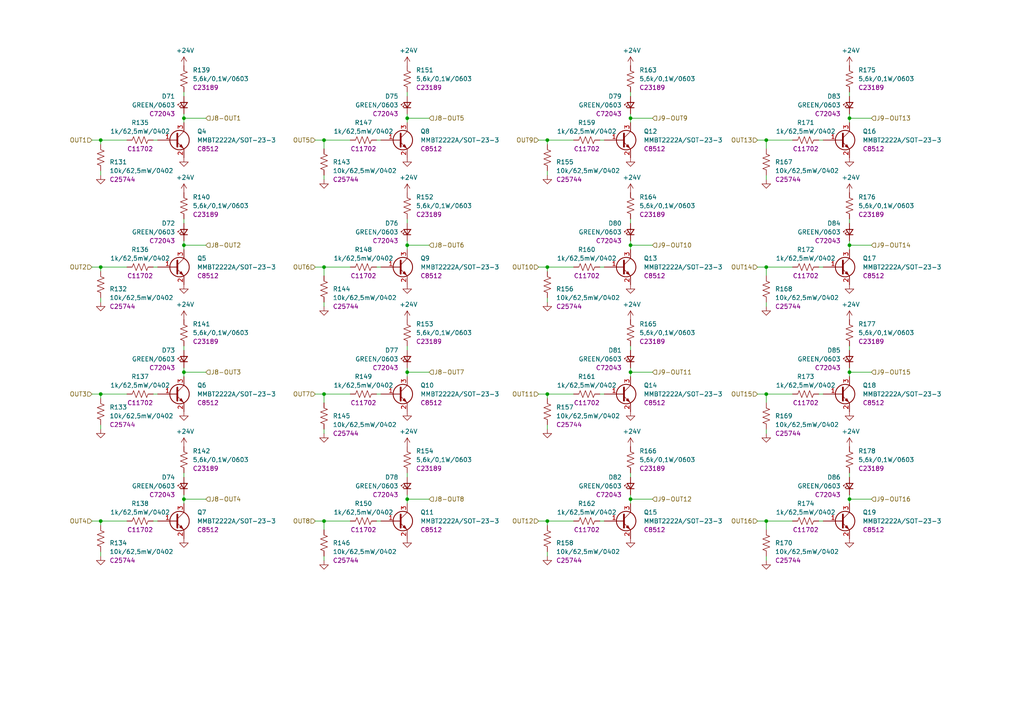
<source format=kicad_sch>
(kicad_sch (version 20230121) (generator eeschema)
  (paper "A4")
  (title_block (title "ESP 16x 24VDC Input 16x 24VDC Output Module") (date "2023-05-05") (rev "V1"))
  (junction (at 182.88 107.95))
  (junction (at 222.25 40.64))
  (junction (at 158.75 114.3))
  (junction (at 222.25 114.3))
  (junction (at 222.25 77.47))
  (junction (at 53.34 71.12))
  (junction (at 29.21 114.3))
  (junction (at 222.25 151.13))
  (junction (at 118.11 107.95))
  (junction (at 118.11 34.29))
  (junction (at 93.98 77.47))
  (junction (at 93.98 151.13))
  (junction (at 118.11 71.12))
  (junction (at 29.21 40.64))
  (junction (at 158.75 77.47))
  (junction (at 158.75 40.64))
  (junction (at 182.88 144.78))
  (junction (at 246.38 144.78))
  (junction (at 182.88 71.12))
  (junction (at 93.98 40.64))
  (junction (at 246.38 107.95))
  (junction (at 182.88 34.29))
  (junction (at 53.34 34.29))
  (junction (at 53.34 107.95))
  (junction (at 246.38 71.12))
  (junction (at 29.21 77.47))
  (junction (at 29.21 151.13))
  (junction (at 118.11 144.78))
  (junction (at 246.38 34.29))
  (junction (at 53.34 144.78))
  (junction (at 158.75 151.13))
  (junction (at 93.98 114.3))
  (wire (pts (xy 182.88 100.33) (xy 182.88 101.6)))
  (wire (pts (xy 29.21 151.13) (xy 36.83 151.13)))
  (wire (pts (xy 29.21 114.3) (xy 29.21 115.57)))
  (wire (pts (xy 182.88 71.12) (xy 182.88 72.39)))
  (wire (pts (xy 53.34 137.16) (xy 53.34 138.43)))
  (wire (pts (xy 93.98 87.63) (xy 93.98 88.9)))
  (wire (pts (xy 109.22 40.64) (xy 110.49 40.64)))
  (wire (pts (xy 182.88 137.16) (xy 182.88 138.43)))
  (wire (pts (xy 93.98 40.64) (xy 101.6 40.64)))
  (wire (pts (xy 29.21 40.64) (xy 29.21 41.91)))
  (wire (pts (xy 109.22 114.3) (xy 110.49 114.3)))
  (wire (pts (xy 158.75 160.02) (xy 158.75 161.29)))
  (wire (pts (xy 246.38 34.29) (xy 252.73 34.29)))
  (wire (pts (xy 93.98 151.13) (xy 93.98 153.67)))
  (wire (pts (xy 118.11 63.5) (xy 118.11 64.77)))
  (wire (pts (xy 44.45 40.64) (xy 45.72 40.64)))
  (wire (pts (xy 182.88 63.5) (xy 182.88 64.77)))
  (wire (pts (xy 246.38 106.68) (xy 246.38 107.95)))
  (wire (pts (xy 118.11 69.85) (xy 118.11 71.12)))
  (wire (pts (xy 93.98 114.3) (xy 93.98 116.84)))
  (wire (pts (xy 158.75 40.64) (xy 158.75 41.91)))
  (wire (pts (xy 91.44 151.13) (xy 93.98 151.13)))
  (wire (pts (xy 26.67 151.13) (xy 29.21 151.13)))
  (wire (pts (xy 53.34 69.85) (xy 53.34 71.12)))
  (wire (pts (xy 29.21 86.36) (xy 29.21 87.63)))
  (wire (pts (xy 29.21 77.47) (xy 29.21 78.74)))
  (wire (pts (xy 93.98 114.3) (xy 101.6 114.3)))
  (wire (pts (xy 118.11 34.29) (xy 124.46 34.29)))
  (wire (pts (xy 219.71 40.64) (xy 222.25 40.64)))
  (wire (pts (xy 118.11 144.78) (xy 118.11 146.05)))
  (wire (pts (xy 29.21 151.13) (xy 29.21 152.4)))
  (wire (pts (xy 222.25 161.29) (xy 222.25 162.56)))
  (wire (pts (xy 156.21 151.13) (xy 158.75 151.13)))
  (wire (pts (xy 156.21 40.64) (xy 158.75 40.64)))
  (wire (pts (xy 246.38 33.02) (xy 246.38 34.29)))
  (wire (pts (xy 44.45 114.3) (xy 45.72 114.3)))
  (wire (pts (xy 118.11 107.95) (xy 124.46 107.95)))
  (wire (pts (xy 158.75 114.3) (xy 166.37 114.3)))
  (wire (pts (xy 93.98 124.46) (xy 93.98 125.73)))
  (wire (pts (xy 93.98 151.13) (xy 101.6 151.13)))
  (wire (pts (xy 93.98 40.64) (xy 93.98 43.18)))
  (wire (pts (xy 53.34 100.33) (xy 53.34 101.6)))
  (wire (pts (xy 158.75 77.47) (xy 166.37 77.47)))
  (wire (pts (xy 173.99 151.13) (xy 175.26 151.13)))
  (wire (pts (xy 182.88 107.95) (xy 189.23 107.95)))
  (wire (pts (xy 29.21 40.64) (xy 36.83 40.64)))
  (wire (pts (xy 219.71 151.13) (xy 222.25 151.13)))
  (wire (pts (xy 53.34 33.02) (xy 53.34 34.29)))
  (wire (pts (xy 44.45 151.13) (xy 45.72 151.13)))
  (wire (pts (xy 182.88 33.02) (xy 182.88 34.29)))
  (wire (pts (xy 246.38 34.29) (xy 246.38 35.56)))
  (wire (pts (xy 118.11 34.29) (xy 118.11 35.56)))
  (wire (pts (xy 158.75 86.36) (xy 158.75 87.63)))
  (wire (pts (xy 59.69 71.12) (xy 53.34 71.12)))
  (wire (pts (xy 53.34 143.51) (xy 53.34 144.78)))
  (wire (pts (xy 158.75 49.53) (xy 158.75 50.8)))
  (wire (pts (xy 246.38 71.12) (xy 246.38 72.39)))
  (wire (pts (xy 246.38 100.33) (xy 246.38 101.6)))
  (wire (pts (xy 118.11 71.12) (xy 118.11 72.39)))
  (wire (pts (xy 182.88 144.78) (xy 182.88 146.05)))
  (wire (pts (xy 93.98 77.47) (xy 93.98 80.01)))
  (wire (pts (xy 53.34 71.12) (xy 53.34 72.39)))
  (wire (pts (xy 222.25 151.13) (xy 222.25 153.67)))
  (wire (pts (xy 26.67 114.3) (xy 29.21 114.3)))
  (wire (pts (xy 182.88 143.51) (xy 182.88 144.78)))
  (wire (pts (xy 246.38 26.67) (xy 246.38 27.94)))
  (wire (pts (xy 222.25 114.3) (xy 229.87 114.3)))
  (wire (pts (xy 109.22 151.13) (xy 110.49 151.13)))
  (wire (pts (xy 182.88 26.67) (xy 182.88 27.94)))
  (wire (pts (xy 237.49 40.64) (xy 238.76 40.64)))
  (wire (pts (xy 246.38 137.16) (xy 246.38 138.43)))
  (wire (pts (xy 118.11 144.78) (xy 124.46 144.78)))
  (wire (pts (xy 26.67 77.47) (xy 29.21 77.47)))
  (wire (pts (xy 109.22 77.47) (xy 110.49 77.47)))
  (wire (pts (xy 182.88 106.68) (xy 182.88 107.95)))
  (wire (pts (xy 29.21 160.02) (xy 29.21 161.29)))
  (wire (pts (xy 29.21 123.19) (xy 29.21 124.46)))
  (wire (pts (xy 246.38 63.5) (xy 246.38 64.77)))
  (wire (pts (xy 44.45 77.47) (xy 45.72 77.47)))
  (wire (pts (xy 189.23 71.12) (xy 182.88 71.12)))
  (wire (pts (xy 182.88 34.29) (xy 182.88 35.56)))
  (wire (pts (xy 156.21 114.3) (xy 158.75 114.3)))
  (wire (pts (xy 222.25 77.47) (xy 229.87 77.47)))
  (wire (pts (xy 118.11 100.33) (xy 118.11 101.6)))
  (wire (pts (xy 53.34 63.5) (xy 53.34 64.77)))
  (wire (pts (xy 53.34 106.68) (xy 53.34 107.95)))
  (wire (pts (xy 93.98 161.29) (xy 93.98 162.56)))
  (wire (pts (xy 219.71 114.3) (xy 222.25 114.3)))
  (wire (pts (xy 118.11 143.51) (xy 118.11 144.78)))
  (wire (pts (xy 222.25 40.64) (xy 229.87 40.64)))
  (wire (pts (xy 246.38 144.78) (xy 246.38 146.05)))
  (wire (pts (xy 93.98 50.8) (xy 93.98 52.07)))
  (wire (pts (xy 118.11 71.12) (xy 124.46 71.12)))
  (wire (pts (xy 53.34 144.78) (xy 59.69 144.78)))
  (wire (pts (xy 246.38 144.78) (xy 252.73 144.78)))
  (wire (pts (xy 118.11 26.67) (xy 118.11 27.94)))
  (wire (pts (xy 182.88 69.85) (xy 182.88 71.12)))
  (wire (pts (xy 222.25 124.46) (xy 222.25 125.73)))
  (wire (pts (xy 59.69 34.29) (xy 53.34 34.29)))
  (wire (pts (xy 219.71 77.47) (xy 222.25 77.47)))
  (wire (pts (xy 158.75 114.3) (xy 158.75 115.57)))
  (wire (pts (xy 29.21 49.53) (xy 29.21 50.8)))
  (wire (pts (xy 222.25 151.13) (xy 229.87 151.13)))
  (wire (pts (xy 222.25 50.8) (xy 222.25 52.07)))
  (wire (pts (xy 158.75 77.47) (xy 158.75 78.74)))
  (wire (pts (xy 53.34 34.29) (xy 53.34 35.56)))
  (wire (pts (xy 246.38 71.12) (xy 252.73 71.12)))
  (wire (pts (xy 158.75 40.64) (xy 166.37 40.64)))
  (wire (pts (xy 53.34 107.95) (xy 59.69 107.95)))
  (wire (pts (xy 93.98 77.47) (xy 101.6 77.47)))
  (wire (pts (xy 53.34 144.78) (xy 53.34 146.05)))
  (wire (pts (xy 156.21 77.47) (xy 158.75 77.47)))
  (wire (pts (xy 222.25 40.64) (xy 222.25 43.18)))
  (wire (pts (xy 237.49 151.13) (xy 238.76 151.13)))
  (wire (pts (xy 26.67 40.64) (xy 29.21 40.64)))
  (wire (pts (xy 222.25 77.47) (xy 222.25 80.01)))
  (wire (pts (xy 118.11 137.16) (xy 118.11 138.43)))
  (wire (pts (xy 118.11 33.02) (xy 118.11 34.29)))
  (wire (pts (xy 91.44 40.64) (xy 93.98 40.64)))
  (wire (pts (xy 246.38 69.85) (xy 246.38 71.12)))
  (wire (pts (xy 237.49 114.3) (xy 238.76 114.3)))
  (wire (pts (xy 158.75 151.13) (xy 166.37 151.13)))
  (wire (pts (xy 53.34 26.67) (xy 53.34 27.94)))
  (wire (pts (xy 246.38 107.95) (xy 252.73 107.95)))
  (wire (pts (xy 29.21 114.3) (xy 36.83 114.3)))
  (wire (pts (xy 91.44 77.47) (xy 93.98 77.47)))
  (wire (pts (xy 91.44 114.3) (xy 93.98 114.3)))
  (wire (pts (xy 118.11 106.68) (xy 118.11 107.95)))
  (wire (pts (xy 246.38 143.51) (xy 246.38 144.78)))
  (wire (pts (xy 189.23 34.29) (xy 182.88 34.29)))
  (wire (pts (xy 182.88 107.95) (xy 182.88 109.22)))
  (wire (pts (xy 237.49 77.47) (xy 238.76 77.47)))
  (wire (pts (xy 158.75 123.19) (xy 158.75 124.46)))
  (wire (pts (xy 222.25 114.3) (xy 222.25 116.84)))
  (wire (pts (xy 246.38 107.95) (xy 246.38 109.22)))
  (wire (pts (xy 182.88 144.78) (xy 189.23 144.78)))
  (wire (pts (xy 173.99 77.47) (xy 175.26 77.47)))
  (wire (pts (xy 158.75 151.13) (xy 158.75 152.4)))
  (wire (pts (xy 29.21 77.47) (xy 36.83 77.47)))
  (wire (pts (xy 53.34 107.95) (xy 53.34 109.22)))
  (wire (pts (xy 173.99 40.64) (xy 175.26 40.64)))
  (wire (pts (xy 118.11 107.95) (xy 118.11 109.22)))
  (wire (pts (xy 222.25 87.63) (xy 222.25 88.9)))
  (wire (pts (xy 173.99 114.3) (xy 175.26 114.3)))
  (hierarchical_label "J8-OUT8" (shape input) (at 124.46 144.78 0))
  (hierarchical_label "J8-OUT6" (shape input) (at 124.46 71.12 0))
  (hierarchical_label "OUT1" (shape input) (at 26.67 40.64 180))
  (hierarchical_label "J8-OUT4" (shape input) (at 59.69 144.78 0))
  (hierarchical_label "OUT12" (shape input) (at 156.21 151.13 180))
  (hierarchical_label "J9-OUT14" (shape input) (at 252.73 71.12 0))
  (hierarchical_label "J8-OUT2" (shape input) (at 59.69 71.12 0))
  (hierarchical_label "J9-OUT16" (shape input) (at 252.73 144.78 0))
  (hierarchical_label "J9-OUT11" (shape input) (at 189.23 107.95 0))
  (hierarchical_label "OUT9" (shape input) (at 156.21 40.64 180))
  (hierarchical_label "OUT7" (shape input) (at 91.44 114.3 180))
  (hierarchical_label "OUT15" (shape input) (at 219.71 114.3 180))
  (hierarchical_label "J8-OUT5" (shape input) (at 124.46 34.29 0))
  (hierarchical_label "J9-OUT15" (shape input) (at 252.73 107.95 0))
  (hierarchical_label "OUT13" (shape input) (at 219.71 40.64 180))
  (hierarchical_label "OUT16" (shape input) (at 219.71 151.13 180))
  (hierarchical_label "J8-OUT1" (shape input) (at 59.69 34.29 0))
  (hierarchical_label "OUT4" (shape input) (at 26.67 151.13 180))
  (hierarchical_label "OUT8" (shape input) (at 91.44 151.13 180))
  (hierarchical_label "OUT14" (shape input) (at 219.71 77.47 180))
  (hierarchical_label "OUT10" (shape input) (at 156.21 77.47 180))
  (hierarchical_label "J8-OUT7" (shape input) (at 124.46 107.95 0))
  (hierarchical_label "J9-OUT12" (shape input) (at 189.23 144.78 0))
  (hierarchical_label "OUT6" (shape input) (at 91.44 77.47 180))
  (hierarchical_label "J9-OUT13" (shape input) (at 252.73 34.29 0))
  (hierarchical_label "OUT3" (shape input) (at 26.67 114.3 180))
  (hierarchical_label "J8-OUT3" (shape input) (at 59.69 107.95 0))
  (hierarchical_label "OUT5" (shape input) (at 91.44 40.64 180))
  (hierarchical_label "J9-OUT9" (shape input) (at 189.23 34.29 0))
  (hierarchical_label "OUT2" (shape input) (at 26.67 77.47 180))
  (hierarchical_label "OUT11" (shape input) (at 156.21 114.3 180))
  (hierarchical_label "J9-OUT10" (shape input) (at 189.23 71.12 0))
  (symbol (lib_id "Device:LED_Small") (at 246.38 67.31 90) (unit 1)
    (property "Reference" "D84" (at 243.84 64.77 90) (effects (justify left)))
    (property "Value" "GREEN/0603" (at 243.84 67.31 90) (effects (justify left)))
    (property "Footprint" "Tales:LED_0603_1608Metric" (effects hide))
    (property "Case" "0603" (effects hide))
    (property "Mfr" "Everlight" (effects hide))
    (property "Mfr PN" "19-217/GHC-YR1S2/3T" (effects hide))
    (property "Vendor" "JLCPCB" (effects hide))
    (property "Vendor PN" "C72043" (effects hide))
    (property "LCSC Part #" "C72043" (at 243.84 69.85 90) (effects (justify left)))
    (property "JLCPCB BOM" "1" (effects hide))
    (instances (project "ESP-24v-16ch-V1" (path "" (reference "D84") (unit 1)) (path "" (reference "D100") (unit 1))))
  )
  (symbol (lib_id "Device:R_US") (at 93.98 157.48 0) (unit 1)
    (property "Reference" "R146" (at 96.52 157.48 0) (effects (justify left)))
    (property "Value" "10k/62,5mW/0402" (at 96.52 160.02 0) (effects (justify left)))
    (property "Footprint" "Tales:R_0402_1005Metric" (effects hide))
    (property "Case" "0402/1005" (effects hide))
    (property "Mfr" "Uniroyal" (effects hide))
    (property "Vendor" "JLCPCB" (effects hide))
    (property "Mfr PN" "0402WGF1002TCE" (effects hide))
    (property "Vendor PN" "C25744" (effects hide))
    (property "LCSC Part #" "C25744" (at 96.52 162.56 0) (effects (justify left)))
    (property "JLCPCB BOM" "1" (effects hide))
    (instances (project "ESP-24v-16ch-V1" (path "" (reference "R146") (unit 1)) (path "" (reference "R194") (unit 1))))
  )
  (symbol (lib_id "power:GND") (at 182.88 45.72 0) (unit 1)
    (property "Reference" "#PWR0240" (effects hide))
    (property "Value" "GNDREF" (effects hide))
    (instances (project "ESP-24v-16ch-V1" (path "" (reference "#PWR0240") (unit 1)) (path "" (reference "#PWR0290") (unit 1))))
  )
  (symbol (lib_id "Device:R_US") (at 158.75 45.72 0) (unit 1)
    (property "Reference" "R155" (at 161.29 46.99 0) (effects (justify left)))
    (property "Value" "10k/62,5mW/0402" (at 161.29 49.53 0) (effects (justify left)))
    (property "Footprint" "Tales:R_0402_1005Metric" (effects hide))
    (property "Case" "0402/1005" (effects hide))
    (property "Mfr" "Uniroyal" (effects hide))
    (property "Vendor" "JLCPCB" (effects hide))
    (property "Mfr PN" "0402WGF1002TCE" (effects hide))
    (property "Vendor PN" "C25744" (effects hide))
    (property "LCSC Part #" "C25744" (at 161.29 52.07 0) (effects (justify left)))
    (property "JLCPCB BOM" "1" (effects hide))
    (instances (project "ESP-24v-16ch-V1" (path "" (reference "R155") (unit 1)) (path "" (reference "R203") (unit 1))))
  )
  (symbol (lib_id "Device:R_US") (at 170.18 40.64 270) (unit 1)
    (property "Reference" "R159" (at 170.18 35.56 90))
    (property "Value" "1k/62,5mW/0402" (at 170.18 38.1 90))
    (property "Footprint" "Tales:R_0402_1005Metric" (effects hide))
    (property "Case" "0402/1005" (effects hide))
    (property "Mfr" "Uniroyal" (effects hide))
    (property "Mfr PN" "0402WGF1001TCE" (effects hide))
    (property "Vendor" "JLCPCB" (effects hide))
    (property "Vendor PN" "C11702" (effects hide))
    (property "LCSC Part #" "C11702" (at 170.18 43.18 90))
    (property "JLCPCB BOM" "1" (effects hide))
    (instances (project "ESP-24v-16ch-V1" (path "" (reference "R159") (unit 1)) (path "" (reference "R207") (unit 1))))
  )
  (symbol (lib_id "Device:LED_Small") (at 53.34 104.14 90) (unit 1)
    (property "Reference" "D73" (at 50.8 101.6 90) (effects (justify left)))
    (property "Value" "GREEN/0603" (at 50.8 104.14 90) (effects (justify left)))
    (property "Footprint" "Tales:LED_0603_1608Metric" (effects hide))
    (property "Case" "0603" (effects hide))
    (property "Mfr" "Everlight" (effects hide))
    (property "Mfr PN" "19-217/GHC-YR1S2/3T" (effects hide))
    (property "Vendor" "JLCPCB" (effects hide))
    (property "Vendor PN" "C72043" (effects hide))
    (property "LCSC Part #" "C72043" (at 50.8 106.68 90) (effects (justify left)))
    (property "JLCPCB BOM" "1" (effects hide))
    (instances (project "ESP-24v-16ch-V1" (path "" (reference "D73") (unit 1)) (path "" (reference "D89") (unit 1))))
  )
  (symbol (lib_id "Device:R_US") (at 233.68 151.13 270) (unit 1)
    (property "Reference" "R174" (at 233.68 146.05 90))
    (property "Value" "1k/62,5mW/0402" (at 233.68 148.59 90))
    (property "Footprint" "Tales:R_0402_1005Metric" (effects hide))
    (property "Case" "0402/1005" (effects hide))
    (property "Mfr" "Uniroyal" (effects hide))
    (property "Mfr PN" "0402WGF1001TCE" (effects hide))
    (property "Vendor" "JLCPCB" (effects hide))
    (property "Vendor PN" "C11702" (effects hide))
    (property "LCSC Part #" "C11702" (at 233.68 153.67 90))
    (property "JLCPCB BOM" "1" (effects hide))
    (instances (project "ESP-24v-16ch-V1" (path "" (reference "R174") (unit 1)) (path "" (reference "R222") (unit 1))))
  )
  (symbol (lib_id "power:GND") (at 29.21 161.29 0) (unit 1)
    (property "Reference" "#PWR0214" (effects hide))
    (property "Value" "GNDREF" (effects hide))
    (instances (project "ESP-24v-16ch-V1" (path "" (reference "#PWR0214") (unit 1)) (path "" (reference "#PWR0264") (unit 1))))
  )
  (symbol (lib_id "power:+24V") (at 118.11 129.54 0) (unit 1)
    (property "Reference" "#PWR0233" (effects hide))
    (property "Value" "+24V" (at 118.491 125.1458 0))
    (instances (project "ESP-24v-16ch-V1" (path "" (reference "#PWR0233") (unit 1)) (path "" (reference "#PWR0283") (unit 1))))
  )
  (symbol (lib_id "Device:R_US") (at 246.38 22.86 0) (unit 1)
    (property "Reference" "R175" (at 248.92 20.32 0) (effects (justify left)))
    (property "Value" "5,6k/0,1W/0603" (at 248.92 22.86 0) (effects (justify left)))
    (property "Footprint" "Tales:R_0603_1608Metric" (effects hide))
    (property "Case" "0603/1608" (effects hide))
    (property "Mfr" "Uniroyal" (effects hide))
    (property "Mfr PN" "0603WAF5601T5E" (effects hide))
    (property "Vendor" "JLCPCB" (effects hide))
    (property "Vendor PN" "C23189" (effects hide))
    (property "LCSC Part #" "C23189" (at 248.92 25.4 0) (effects (justify left)))
    (property "JLCPCB BOM" "1" (effects hide))
    (instances (project "ESP-24v-16ch-V1" (path "" (reference "R175") (unit 1)) (path "" (reference "R223") (unit 1))))
  )
  (symbol (lib_id "Device:R_US") (at 93.98 83.82 0) (unit 1)
    (property "Reference" "R144" (at 96.52 83.82 0) (effects (justify left)))
    (property "Value" "10k/62,5mW/0402" (at 96.52 86.36 0) (effects (justify left)))
    (property "Footprint" "Tales:R_0402_1005Metric" (effects hide))
    (property "Case" "0402/1005" (effects hide))
    (property "Mfr" "Uniroyal" (effects hide))
    (property "Vendor" "JLCPCB" (effects hide))
    (property "Mfr PN" "0402WGF1002TCE" (effects hide))
    (property "Vendor PN" "C25744" (effects hide))
    (property "LCSC Part #" "C25744" (at 96.52 88.9 0) (effects (justify left)))
    (property "JLCPCB BOM" "1" (effects hide))
    (instances (project "ESP-24v-16ch-V1" (path "" (reference "R144") (unit 1)) (path "" (reference "R192") (unit 1))))
  )
  (symbol (lib_id "Device:R_US") (at 222.25 120.65 0) (unit 1)
    (property "Reference" "R169" (at 224.79 120.65 0) (effects (justify left)))
    (property "Value" "10k/62,5mW/0402" (at 224.79 123.19 0) (effects (justify left)))
    (property "Footprint" "Tales:R_0402_1005Metric" (effects hide))
    (property "Case" "0402/1005" (effects hide))
    (property "Mfr" "Uniroyal" (effects hide))
    (property "Vendor" "JLCPCB" (effects hide))
    (property "Mfr PN" "0402WGF1002TCE" (effects hide))
    (property "Vendor PN" "C25744" (effects hide))
    (property "LCSC Part #" "C25744" (at 224.79 125.73 0) (effects (justify left)))
    (property "JLCPCB BOM" "1" (effects hide))
    (instances (project "ESP-24v-16ch-V1" (path "" (reference "R169") (unit 1)) (path "" (reference "R217") (unit 1))))
  )
  (symbol (lib_id "Device:R_US") (at 158.75 156.21 0) (unit 1)
    (property "Reference" "R158" (at 161.29 157.48 0) (effects (justify left)))
    (property "Value" "10k/62,5mW/0402" (at 161.29 160.02 0) (effects (justify left)))
    (property "Footprint" "Tales:R_0402_1005Metric" (effects hide))
    (property "Case" "0402/1005" (effects hide))
    (property "Mfr" "Uniroyal" (effects hide))
    (property "Vendor" "JLCPCB" (effects hide))
    (property "Mfr PN" "0402WGF1002TCE" (effects hide))
    (property "Vendor PN" "C25744" (effects hide))
    (property "LCSC Part #" "C25744" (at 161.29 162.56 0) (effects (justify left)))
    (property "JLCPCB BOM" "1" (effects hide))
    (instances (project "ESP-24v-16ch-V1" (path "" (reference "R158") (unit 1)) (path "" (reference "R206") (unit 1))))
  )
  (symbol (lib_id "power:+24V") (at 182.88 129.54 0) (unit 1)
    (property "Reference" "#PWR0245" (effects hide))
    (property "Value" "+24V" (at 183.261 125.1458 0))
    (instances (project "ESP-24v-16ch-V1" (path "" (reference "#PWR0245") (unit 1)) (path "" (reference "#PWR0295") (unit 1))))
  )
  (symbol (lib_id "power:+24V") (at 246.38 19.05 0) (unit 1)
    (property "Reference" "#PWR0251" (effects hide))
    (property "Value" "+24V" (at 246.761 14.6558 0))
    (instances (project "ESP-24v-16ch-V1" (path "" (reference "#PWR0251") (unit 1)) (path "" (reference "#PWR0301") (unit 1))))
  )
  (symbol (lib_id "Device:LED_Small") (at 246.38 140.97 90) (unit 1)
    (property "Reference" "D86" (at 243.84 138.43 90) (effects (justify left)))
    (property "Value" "GREEN/0603" (at 243.84 140.97 90) (effects (justify left)))
    (property "Footprint" "Tales:LED_0603_1608Metric" (effects hide))
    (property "Case" "0603" (effects hide))
    (property "Mfr" "Everlight" (effects hide))
    (property "Mfr PN" "19-217/GHC-YR1S2/3T" (effects hide))
    (property "Vendor" "JLCPCB" (effects hide))
    (property "Vendor PN" "C72043" (effects hide))
    (property "LCSC Part #" "C72043" (at 243.84 143.51 90) (effects (justify left)))
    (property "JLCPCB BOM" "1" (effects hide))
    (instances (project "ESP-24v-16ch-V1" (path "" (reference "D86") (unit 1)) (path "" (reference "D102") (unit 1))))
  )
  (symbol (lib_id "Device:Q_NPN_BEC") (at 243.84 77.47 0) (unit 1)
    (property "Reference" "Q17" (at 250.19 74.93 0) (effects (justify left)))
    (property "Value" "MMBT2222A/SOT-23-3" (at 250.19 77.47 0) (effects (justify left)))
    (property "Footprint" "Tales:SOT-23" (effects hide))
    (property "Case" "SOT-23-3" (effects hide))
    (property "Mfr" "Changjiang" (effects hide))
    (property "Mfr PN" "MMBT2222A" (effects hide))
    (property "Technology" "BJT" (effects hide))
    (property "Vendor" "JLCPCB" (effects hide))
    (property "Vendor PN" "C8512" (effects hide))
    (property "JLCPCB BOM" "1" (effects hide))
    (property "LCSC Part #" "C8512" (at 250.19 80.01 0) (effects (justify left)))
    (instances (project "ESP-24v-16ch-V1" (path "" (reference "Q17") (unit 1)) (path "" (reference "Q33") (unit 1))))
  )
  (symbol (lib_id "power:GND") (at 158.75 87.63 0) (unit 1)
    (property "Reference" "#PWR0236" (effects hide))
    (property "Value" "GNDREF" (effects hide))
    (instances (project "ESP-24v-16ch-V1" (path "" (reference "#PWR0236") (unit 1)) (path "" (reference "#PWR0286") (unit 1))))
  )
  (symbol (lib_id "Device:R_US") (at 105.41 40.64 270) (unit 1)
    (property "Reference" "R147" (at 105.41 35.56 90))
    (property "Value" "1k/62,5mW/0402" (at 105.41 38.1 90))
    (property "Footprint" "Tales:R_0402_1005Metric" (effects hide))
    (property "Case" "0402/1005" (effects hide))
    (property "Mfr" "Uniroyal" (effects hide))
    (property "Mfr PN" "0402WGF1001TCE" (effects hide))
    (property "Vendor" "JLCPCB" (effects hide))
    (property "Vendor PN" "C11702" (effects hide))
    (property "LCSC Part #" "C11702" (at 105.41 43.18 90))
    (property "JLCPCB BOM" "1" (effects hide))
    (instances (project "ESP-24v-16ch-V1" (path "" (reference "R147") (unit 1)) (path "" (reference "R195") (unit 1))))
  )
  (symbol (lib_id "power:+24V") (at 53.34 129.54 0) (unit 1)
    (property "Reference" "#PWR0221" (effects hide))
    (property "Value" "+24V" (at 53.721 125.1458 0))
    (instances (project "ESP-24v-16ch-V1" (path "" (reference "#PWR0221") (unit 1)) (path "" (reference "#PWR0271") (unit 1))))
  )
  (symbol (lib_id "power:GND") (at 246.38 119.38 0) (unit 1)
    (property "Reference" "#PWR0256" (effects hide))
    (property "Value" "GNDREF" (effects hide))
    (instances (project "ESP-24v-16ch-V1" (path "" (reference "#PWR0256") (unit 1)) (path "" (reference "#PWR0306") (unit 1))))
  )
  (symbol (lib_id "power:GND") (at 246.38 156.21 0) (unit 1)
    (property "Reference" "#PWR0258" (effects hide))
    (property "Value" "GNDREF" (effects hide))
    (instances (project "ESP-24v-16ch-V1" (path "" (reference "#PWR0258") (unit 1)) (path "" (reference "#PWR0308") (unit 1))))
  )
  (symbol (lib_id "power:GND") (at 93.98 162.56 0) (unit 1)
    (property "Reference" "#PWR0226" (effects hide))
    (property "Value" "GNDREF" (effects hide))
    (instances (project "ESP-24v-16ch-V1" (path "" (reference "#PWR0226") (unit 1)) (path "" (reference "#PWR0276") (unit 1))))
  )
  (symbol (lib_id "Device:Q_NPN_BEC") (at 115.57 77.47 0) (unit 1)
    (property "Reference" "Q9" (at 121.92 74.93 0) (effects (justify left)))
    (property "Value" "MMBT2222A/SOT-23-3" (at 121.92 77.47 0) (effects (justify left)))
    (property "Footprint" "Tales:SOT-23" (effects hide))
    (property "Case" "SOT-23-3" (effects hide))
    (property "Mfr" "Changjiang" (effects hide))
    (property "Mfr PN" "MMBT2222A" (effects hide))
    (property "Technology" "BJT" (effects hide))
    (property "Vendor" "JLCPCB" (effects hide))
    (property "Vendor PN" "C8512" (effects hide))
    (property "JLCPCB BOM" "1" (effects hide))
    (property "LCSC Part #" "C8512" (at 121.92 80.01 0) (effects (justify left)))
    (instances (project "ESP-24v-16ch-V1" (path "" (reference "Q9") (unit 1)) (path "" (reference "Q25") (unit 1))))
  )
  (symbol (lib_id "Device:LED_Small") (at 53.34 30.48 90) (unit 1)
    (property "Reference" "D71" (at 50.8 27.94 90) (effects (justify left)))
    (property "Value" "GREEN/0603" (at 50.8 30.48 90) (effects (justify left)))
    (property "Footprint" "Tales:LED_0603_1608Metric" (effects hide))
    (property "Case" "0603" (effects hide))
    (property "Mfr" "Everlight" (effects hide))
    (property "Mfr PN" "19-217/GHC-YR1S2/3T" (effects hide))
    (property "Vendor" "JLCPCB" (effects hide))
    (property "Vendor PN" "C72043" (effects hide))
    (property "LCSC Part #" "C72043" (at 50.8 33.02 90) (effects (justify left)))
    (property "JLCPCB BOM" "1" (effects hide))
    (instances (project "ESP-24v-16ch-V1" (path "" (reference "D71") (unit 1)) (path "" (reference "D87") (unit 1))))
  )
  (symbol (lib_id "power:+24V") (at 53.34 92.71 0) (unit 1)
    (property "Reference" "#PWR0219" (effects hide))
    (property "Value" "+24V" (at 53.721 88.3158 0))
    (instances (project "ESP-24v-16ch-V1" (path "" (reference "#PWR0219") (unit 1)) (path "" (reference "#PWR0269") (unit 1))))
  )
  (symbol (lib_id "Device:R_US") (at 93.98 120.65 0) (unit 1)
    (property "Reference" "R145" (at 96.52 120.65 0) (effects (justify left)))
    (property "Value" "10k/62,5mW/0402" (at 96.52 123.19 0) (effects (justify left)))
    (property "Footprint" "Tales:R_0402_1005Metric" (effects hide))
    (property "Case" "0402/1005" (effects hide))
    (property "Mfr" "Uniroyal" (effects hide))
    (property "Vendor" "JLCPCB" (effects hide))
    (property "Mfr PN" "0402WGF1002TCE" (effects hide))
    (property "Vendor PN" "C25744" (effects hide))
    (property "LCSC Part #" "C25744" (at 96.52 125.73 0) (effects (justify left)))
    (property "JLCPCB BOM" "1" (effects hide))
    (instances (project "ESP-24v-16ch-V1" (path "" (reference "R145") (unit 1)) (path "" (reference "R193") (unit 1))))
  )
  (symbol (lib_id "power:GND") (at 53.34 82.55 0) (unit 1)
    (property "Reference" "#PWR0218" (effects hide))
    (property "Value" "GNDREF" (effects hide))
    (instances (project "ESP-24v-16ch-V1" (path "" (reference "#PWR0218") (unit 1)) (path "" (reference "#PWR0268") (unit 1))))
  )
  (symbol (lib_id "Device:R_US") (at 118.11 59.69 0) (unit 1)
    (property "Reference" "R152" (at 120.65 57.15 0) (effects (justify left)))
    (property "Value" "5,6k/0,1W/0603" (at 120.65 59.69 0) (effects (justify left)))
    (property "Footprint" "Tales:R_0603_1608Metric" (effects hide))
    (property "Case" "0603/1608" (effects hide))
    (property "Mfr" "Uniroyal" (effects hide))
    (property "Mfr PN" "0603WAF5601T5E" (effects hide))
    (property "Vendor" "JLCPCB" (effects hide))
    (property "Vendor PN" "C23189" (effects hide))
    (property "LCSC Part #" "C23189" (at 120.65 62.23 0) (effects (justify left)))
    (property "JLCPCB BOM" "1" (effects hide))
    (instances (project "ESP-24v-16ch-V1" (path "" (reference "R152") (unit 1)) (path "" (reference "R200") (unit 1))))
  )
  (symbol (lib_id "Device:Q_NPN_BEC") (at 50.8 77.47 0) (unit 1)
    (property "Reference" "Q5" (at 57.15 74.93 0) (effects (justify left)))
    (property "Value" "MMBT2222A/SOT-23-3" (at 57.15 77.47 0) (effects (justify left)))
    (property "Footprint" "Tales:SOT-23" (effects hide))
    (property "Case" "SOT-23-3" (effects hide))
    (property "Mfr" "Changjiang" (effects hide))
    (property "Mfr PN" "MMBT2222A" (effects hide))
    (property "Technology" "BJT" (effects hide))
    (property "Vendor" "JLCPCB" (effects hide))
    (property "Vendor PN" "C8512" (effects hide))
    (property "JLCPCB BOM" "1" (effects hide))
    (property "LCSC Part #" "C8512" (at 57.15 80.01 0) (effects (justify left)))
    (instances (project "ESP-24v-16ch-V1" (path "" (reference "Q5") (unit 1)) (path "" (reference "Q21") (unit 1))))
  )
  (symbol (lib_id "Device:R_US") (at 222.25 46.99 0) (unit 1)
    (property "Reference" "R167" (at 224.79 46.99 0) (effects (justify left)))
    (property "Value" "10k/62,5mW/0402" (at 224.79 49.53 0) (effects (justify left)))
    (property "Footprint" "Tales:R_0402_1005Metric" (effects hide))
    (property "Case" "0402/1005" (effects hide))
    (property "Mfr" "Uniroyal" (effects hide))
    (property "Vendor" "JLCPCB" (effects hide))
    (property "Mfr PN" "0402WGF1002TCE" (effects hide))
    (property "Vendor PN" "C25744" (effects hide))
    (property "LCSC Part #" "C25744" (at 224.79 52.07 0) (effects (justify left)))
    (property "JLCPCB BOM" "1" (effects hide))
    (instances (project "ESP-24v-16ch-V1" (path "" (reference "R167") (unit 1)) (path "" (reference "R215") (unit 1))))
  )
  (symbol (lib_id "power:GND") (at 182.88 119.38 0) (unit 1)
    (property "Reference" "#PWR0244" (effects hide))
    (property "Value" "GNDREF" (effects hide))
    (instances (project "ESP-24v-16ch-V1" (path "" (reference "#PWR0244") (unit 1)) (path "" (reference "#PWR0294") (unit 1))))
  )
  (symbol (lib_id "power:+24V") (at 246.38 129.54 0) (unit 1)
    (property "Reference" "#PWR0257" (effects hide))
    (property "Value" "+24V" (at 246.761 125.1458 0))
    (instances (project "ESP-24v-16ch-V1" (path "" (reference "#PWR0257") (unit 1)) (path "" (reference "#PWR0307") (unit 1))))
  )
  (symbol (lib_id "Device:R_US") (at 170.18 114.3 270) (unit 1)
    (property "Reference" "R161" (at 170.18 109.22 90))
    (property "Value" "1k/62,5mW/0402" (at 170.18 111.76 90))
    (property "Footprint" "Tales:R_0402_1005Metric" (effects hide))
    (property "Case" "0402/1005" (effects hide))
    (property "Mfr" "Uniroyal" (effects hide))
    (property "Mfr PN" "0402WGF1001TCE" (effects hide))
    (property "Vendor" "JLCPCB" (effects hide))
    (property "Vendor PN" "C11702" (effects hide))
    (property "LCSC Part #" "C11702" (at 170.18 116.84 90))
    (property "JLCPCB BOM" "1" (effects hide))
    (instances (project "ESP-24v-16ch-V1" (path "" (reference "R161") (unit 1)) (path "" (reference "R209") (unit 1))))
  )
  (symbol (lib_id "Device:LED_Small") (at 182.88 140.97 90) (unit 1)
    (property "Reference" "D82" (at 180.34 138.43 90) (effects (justify left)))
    (property "Value" "GREEN/0603" (at 180.34 140.97 90) (effects (justify left)))
    (property "Footprint" "Tales:LED_0603_1608Metric" (effects hide))
    (property "Case" "0603" (effects hide))
    (property "Mfr" "Everlight" (effects hide))
    (property "Mfr PN" "19-217/GHC-YR1S2/3T" (effects hide))
    (property "Vendor" "JLCPCB" (effects hide))
    (property "Vendor PN" "C72043" (effects hide))
    (property "LCSC Part #" "C72043" (at 180.34 143.51 90) (effects (justify left)))
    (property "JLCPCB BOM" "1" (effects hide))
    (instances (project "ESP-24v-16ch-V1" (path "" (reference "D82") (unit 1)) (path "" (reference "D98") (unit 1))))
  )
  (symbol (lib_id "power:GND") (at 118.11 82.55 0) (unit 1)
    (property "Reference" "#PWR0230" (effects hide))
    (property "Value" "GNDREF" (effects hide))
    (instances (project "ESP-24v-16ch-V1" (path "" (reference "#PWR0230") (unit 1)) (path "" (reference "#PWR0280") (unit 1))))
  )
  (symbol (lib_id "power:GND") (at 222.25 88.9 0) (unit 1)
    (property "Reference" "#PWR0248" (effects hide))
    (property "Value" "GNDREF" (effects hide))
    (instances (project "ESP-24v-16ch-V1" (path "" (reference "#PWR0248") (unit 1)) (path "" (reference "#PWR0298") (unit 1))))
  )
  (symbol (lib_id "power:+24V") (at 182.88 92.71 0) (unit 1)
    (property "Reference" "#PWR0243" (effects hide))
    (property "Value" "+24V" (at 183.261 88.3158 0))
    (instances (project "ESP-24v-16ch-V1" (path "" (reference "#PWR0243") (unit 1)) (path "" (reference "#PWR0293") (unit 1))))
  )
  (symbol (lib_id "power:GND") (at 222.25 52.07 0) (unit 1)
    (property "Reference" "#PWR0247" (effects hide))
    (property "Value" "GNDREF" (effects hide))
    (instances (project "ESP-24v-16ch-V1" (path "" (reference "#PWR0247") (unit 1)) (path "" (reference "#PWR0297") (unit 1))))
  )
  (symbol (lib_id "power:GND") (at 29.21 124.46 0) (unit 1)
    (property "Reference" "#PWR0213" (effects hide))
    (property "Value" "GNDREF" (effects hide))
    (instances (project "ESP-24v-16ch-V1" (path "" (reference "#PWR0213") (unit 1)) (path "" (reference "#PWR0263") (unit 1))))
  )
  (symbol (lib_id "Device:R_US") (at 29.21 82.55 0) (unit 1)
    (property "Reference" "R132" (at 31.75 83.82 0) (effects (justify left)))
    (property "Value" "10k/62,5mW/0402" (at 31.75 86.36 0) (effects (justify left)))
    (property "Footprint" "Tales:R_0402_1005Metric" (effects hide))
    (property "Case" "0402/1005" (effects hide))
    (property "Mfr" "Uniroyal" (effects hide))
    (property "Vendor" "JLCPCB" (effects hide))
    (property "Mfr PN" "0402WGF1002TCE" (effects hide))
    (property "Vendor PN" "C25744" (effects hide))
    (property "LCSC Part #" "C25744" (at 31.75 88.9 0) (effects (justify left)))
    (property "JLCPCB BOM" "1" (effects hide))
    (instances (project "ESP-24v-16ch-V1" (path "" (reference "R132") (unit 1)) (path "" (reference "R180") (unit 1))))
  )
  (symbol (lib_id "Device:Q_NPN_BEC") (at 243.84 40.64 0) (unit 1)
    (property "Reference" "Q16" (at 250.19 38.1 0) (effects (justify left)))
    (property "Value" "MMBT2222A/SOT-23-3" (at 250.19 40.64 0) (effects (justify left)))
    (property "Footprint" "Tales:SOT-23" (effects hide))
    (property "Case" "SOT-23-3" (effects hide))
    (property "Mfr" "Changjiang" (effects hide))
    (property "Mfr PN" "MMBT2222A" (effects hide))
    (property "Technology" "BJT" (effects hide))
    (property "Vendor" "JLCPCB" (effects hide))
    (property "Vendor PN" "C8512" (effects hide))
    (property "JLCPCB BOM" "1" (effects hide))
    (property "LCSC Part #" "C8512" (at 250.19 43.18 0) (effects (justify left)))
    (instances (project "ESP-24v-16ch-V1" (path "" (reference "Q16") (unit 1)) (path "" (reference "Q32") (unit 1))))
  )
  (symbol (lib_id "Device:Q_NPN_BEC") (at 115.57 114.3 0) (unit 1)
    (property "Reference" "Q10" (at 121.92 111.76 0) (effects (justify left)))
    (property "Value" "MMBT2222A/SOT-23-3" (at 121.92 114.3 0) (effects (justify left)))
    (property "Footprint" "Tales:SOT-23" (effects hide))
    (property "Case" "SOT-23-3" (effects hide))
    (property "Mfr" "Changjiang" (effects hide))
    (property "Mfr PN" "MMBT2222A" (effects hide))
    (property "Technology" "BJT" (effects hide))
    (property "Vendor" "JLCPCB" (effects hide))
    (property "Vendor PN" "C8512" (effects hide))
    (property "JLCPCB BOM" "1" (effects hide))
    (property "LCSC Part #" "C8512" (at 121.92 116.84 0) (effects (justify left)))
    (instances (project "ESP-24v-16ch-V1" (path "" (reference "Q10") (unit 1)) (path "" (reference "Q26") (unit 1))))
  )
  (symbol (lib_id "Device:R_US") (at 29.21 156.21 0) (unit 1)
    (property "Reference" "R134" (at 31.75 157.48 0) (effects (justify left)))
    (property "Value" "10k/62,5mW/0402" (at 31.75 160.02 0) (effects (justify left)))
    (property "Footprint" "Tales:R_0402_1005Metric" (effects hide))
    (property "Case" "0402/1005" (effects hide))
    (property "Mfr" "Uniroyal" (effects hide))
    (property "Vendor" "JLCPCB" (effects hide))
    (property "Mfr PN" "0402WGF1002TCE" (effects hide))
    (property "Vendor PN" "C25744" (effects hide))
    (property "LCSC Part #" "C25744" (at 31.75 162.56 0) (effects (justify left)))
    (property "JLCPCB BOM" "1" (effects hide))
    (instances (project "ESP-24v-16ch-V1" (path "" (reference "R134") (unit 1)) (path "" (reference "R182") (unit 1))))
  )
  (symbol (lib_id "Device:R_US") (at 182.88 59.69 0) (unit 1)
    (property "Reference" "R164" (at 185.42 57.15 0) (effects (justify left)))
    (property "Value" "5,6k/0,1W/0603" (at 185.42 59.69 0) (effects (justify left)))
    (property "Footprint" "Tales:R_0603_1608Metric" (effects hide))
    (property "Case" "0603/1608" (effects hide))
    (property "Mfr" "Uniroyal" (effects hide))
    (property "Mfr PN" "0603WAF5601T5E" (effects hide))
    (property "Vendor" "JLCPCB" (effects hide))
    (property "Vendor PN" "C23189" (effects hide))
    (property "LCSC Part #" "C23189" (at 185.42 62.23 0) (effects (justify left)))
    (property "JLCPCB BOM" "1" (effects hide))
    (instances (project "ESP-24v-16ch-V1" (path "" (reference "R164") (unit 1)) (path "" (reference "R212") (unit 1))))
  )
  (symbol (lib_id "Device:LED_Small") (at 118.11 67.31 90) (unit 1)
    (property "Reference" "D76" (at 115.57 64.77 90) (effects (justify left)))
    (property "Value" "GREEN/0603" (at 115.57 67.31 90) (effects (justify left)))
    (property "Footprint" "Tales:LED_0603_1608Metric" (effects hide))
    (property "Case" "0603" (effects hide))
    (property "Mfr" "Everlight" (effects hide))
    (property "Mfr PN" "19-217/GHC-YR1S2/3T" (effects hide))
    (property "Vendor" "JLCPCB" (effects hide))
    (property "Vendor PN" "C72043" (effects hide))
    (property "LCSC Part #" "C72043" (at 115.57 69.85 90) (effects (justify left)))
    (property "JLCPCB BOM" "1" (effects hide))
    (instances (project "ESP-24v-16ch-V1" (path "" (reference "D76") (unit 1)) (path "" (reference "D92") (unit 1))))
  )
  (symbol (lib_id "Device:R_US") (at 93.98 46.99 0) (unit 1)
    (property "Reference" "R143" (at 96.52 46.99 0) (effects (justify left)))
    (property "Value" "10k/62,5mW/0402" (at 96.52 49.53 0) (effects (justify left)))
    (property "Footprint" "Tales:R_0402_1005Metric" (effects hide))
    (property "Case" "0402/1005" (effects hide))
    (property "Mfr" "Uniroyal" (effects hide))
    (property "Vendor" "JLCPCB" (effects hide))
    (property "Mfr PN" "0402WGF1002TCE" (effects hide))
    (property "Vendor PN" "C25744" (effects hide))
    (property "LCSC Part #" "C25744" (at 96.52 52.07 0) (effects (justify left)))
    (property "JLCPCB BOM" "1" (effects hide))
    (instances (project "ESP-24v-16ch-V1" (path "" (reference "R143") (unit 1)) (path "" (reference "R191") (unit 1))))
  )
  (symbol (lib_id "Device:LED_Small") (at 118.11 104.14 90) (unit 1)
    (property "Reference" "D77" (at 115.57 101.6 90) (effects (justify left)))
    (property "Value" "GREEN/0603" (at 115.57 104.14 90) (effects (justify left)))
    (property "Footprint" "Tales:LED_0603_1608Metric" (effects hide))
    (property "Case" "0603" (effects hide))
    (property "Mfr" "Everlight" (effects hide))
    (property "Mfr PN" "19-217/GHC-YR1S2/3T" (effects hide))
    (property "Vendor" "JLCPCB" (effects hide))
    (property "Vendor PN" "C72043" (effects hide))
    (property "LCSC Part #" "C72043" (at 115.57 106.68 90) (effects (justify left)))
    (property "JLCPCB BOM" "1" (effects hide))
    (instances (project "ESP-24v-16ch-V1" (path "" (reference "D77") (unit 1)) (path "" (reference "D93") (unit 1))))
  )
  (symbol (lib_id "Device:LED_Small") (at 182.88 67.31 90) (unit 1)
    (property "Reference" "D80" (at 180.34 64.77 90) (effects (justify left)))
    (property "Value" "GREEN/0603" (at 180.34 67.31 90) (effects (justify left)))
    (property "Footprint" "Tales:LED_0603_1608Metric" (effects hide))
    (property "Case" "0603" (effects hide))
    (property "Mfr" "Everlight" (effects hide))
    (property "Mfr PN" "19-217/GHC-YR1S2/3T" (effects hide))
    (property "Vendor" "JLCPCB" (effects hide))
    (property "Vendor PN" "C72043" (effects hide))
    (property "LCSC Part #" "C72043" (at 180.34 69.85 90) (effects (justify left)))
    (property "JLCPCB BOM" "1" (effects hide))
    (instances (project "ESP-24v-16ch-V1" (path "" (reference "D80") (unit 1)) (path "" (reference "D96") (unit 1))))
  )
  (symbol (lib_id "Device:R_US") (at 53.34 96.52 0) (unit 1)
    (property "Reference" "R141" (at 55.88 93.98 0) (effects (justify left)))
    (property "Value" "5,6k/0,1W/0603" (at 55.88 96.52 0) (effects (justify left)))
    (property "Footprint" "Tales:R_0603_1608Metric" (effects hide))
    (property "Case" "0603/1608" (effects hide))
    (property "Mfr" "Uniroyal" (effects hide))
    (property "Mfr PN" "0603WAF5601T5E" (effects hide))
    (property "Vendor" "JLCPCB" (effects hide))
    (property "Vendor PN" "C23189" (effects hide))
    (property "LCSC Part #" "C23189" (at 55.88 99.06 0) (effects (justify left)))
    (property "JLCPCB BOM" "1" (effects hide))
    (instances (project "ESP-24v-16ch-V1" (path "" (reference "R141") (unit 1)) (path "" (reference "R189") (unit 1))))
  )
  (symbol (lib_id "power:GND") (at 53.34 119.38 0) (unit 1)
    (property "Reference" "#PWR0220" (effects hide))
    (property "Value" "GNDREF" (effects hide))
    (instances (project "ESP-24v-16ch-V1" (path "" (reference "#PWR0220") (unit 1)) (path "" (reference "#PWR0270") (unit 1))))
  )
  (symbol (lib_id "power:+24V") (at 118.11 92.71 0) (unit 1)
    (property "Reference" "#PWR0231" (effects hide))
    (property "Value" "+24V" (at 118.491 88.3158 0))
    (instances (project "ESP-24v-16ch-V1" (path "" (reference "#PWR0231") (unit 1)) (path "" (reference "#PWR0281") (unit 1))))
  )
  (symbol (lib_id "Device:R_US") (at 182.88 22.86 0) (unit 1)
    (property "Reference" "R163" (at 185.42 20.32 0) (effects (justify left)))
    (property "Value" "5,6k/0,1W/0603" (at 185.42 22.86 0) (effects (justify left)))
    (property "Footprint" "Tales:R_0603_1608Metric" (effects hide))
    (property "Case" "0603/1608" (effects hide))
    (property "Mfr" "Uniroyal" (effects hide))
    (property "Mfr PN" "0603WAF5601T5E" (effects hide))
    (property "Vendor" "JLCPCB" (effects hide))
    (property "Vendor PN" "C23189" (effects hide))
    (property "LCSC Part #" "C23189" (at 185.42 25.4 0) (effects (justify left)))
    (property "JLCPCB BOM" "1" (effects hide))
    (instances (project "ESP-24v-16ch-V1" (path "" (reference "R163") (unit 1)) (path "" (reference "R211") (unit 1))))
  )
  (symbol (lib_id "Device:R_US") (at 233.68 77.47 270) (unit 1)
    (property "Reference" "R172" (at 233.68 72.39 90))
    (property "Value" "1k/62,5mW/0402" (at 233.68 74.93 90))
    (property "Footprint" "Tales:R_0402_1005Metric" (effects hide))
    (property "Case" "0402/1005" (effects hide))
    (property "Mfr" "Uniroyal" (effects hide))
    (property "Mfr PN" "0402WGF1001TCE" (effects hide))
    (property "Vendor" "JLCPCB" (effects hide))
    (property "Vendor PN" "C11702" (effects hide))
    (property "LCSC Part #" "C11702" (at 233.68 80.01 90))
    (property "JLCPCB BOM" "1" (effects hide))
    (instances (project "ESP-24v-16ch-V1" (path "" (reference "R172") (unit 1)) (path "" (reference "R220") (unit 1))))
  )
  (symbol (lib_id "power:+24V") (at 182.88 19.05 0) (unit 1)
    (property "Reference" "#PWR0239" (effects hide))
    (property "Value" "+24V" (at 183.261 14.6558 0))
    (instances (project "ESP-24v-16ch-V1" (path "" (reference "#PWR0239") (unit 1)) (path "" (reference "#PWR0289") (unit 1))))
  )
  (symbol (lib_id "power:+24V") (at 118.11 55.88 0) (unit 1)
    (property "Reference" "#PWR0229" (effects hide))
    (property "Value" "+24V" (at 118.491 51.4858 0))
    (instances (project "ESP-24v-16ch-V1" (path "" (reference "#PWR0229") (unit 1)) (path "" (reference "#PWR0279") (unit 1))))
  )
  (symbol (lib_id "Device:R_US") (at 170.18 77.47 270) (unit 1)
    (property "Reference" "R160" (at 170.18 72.39 90))
    (property "Value" "1k/62,5mW/0402" (at 170.18 74.93 90))
    (property "Footprint" "Tales:R_0402_1005Metric" (effects hide))
    (property "Case" "0402/1005" (effects hide))
    (property "Mfr" "Uniroyal" (effects hide))
    (property "Mfr PN" "0402WGF1001TCE" (effects hide))
    (property "Vendor" "JLCPCB" (effects hide))
    (property "Vendor PN" "C11702" (effects hide))
    (property "LCSC Part #" "C11702" (at 170.18 80.01 90))
    (property "JLCPCB BOM" "1" (effects hide))
    (instances (project "ESP-24v-16ch-V1" (path "" (reference "R160") (unit 1)) (path "" (reference "R208") (unit 1))))
  )
  (symbol (lib_id "power:GND") (at 222.25 162.56 0) (unit 1)
    (property "Reference" "#PWR0250" (effects hide))
    (property "Value" "GNDREF" (effects hide))
    (instances (project "ESP-24v-16ch-V1" (path "" (reference "#PWR0250") (unit 1)) (path "" (reference "#PWR0300") (unit 1))))
  )
  (symbol (lib_id "Device:R_US") (at 170.18 151.13 270) (unit 1)
    (property "Reference" "R162" (at 170.18 146.05 90))
    (property "Value" "1k/62,5mW/0402" (at 170.18 148.59 90))
    (property "Footprint" "Tales:R_0402_1005Metric" (effects hide))
    (property "Case" "0402/1005" (effects hide))
    (property "Mfr" "Uniroyal" (effects hide))
    (property "Mfr PN" "0402WGF1001TCE" (effects hide))
    (property "Vendor" "JLCPCB" (effects hide))
    (property "Vendor PN" "C11702" (effects hide))
    (property "LCSC Part #" "C11702" (at 170.18 153.67 90))
    (property "JLCPCB BOM" "1" (effects hide))
    (instances (project "ESP-24v-16ch-V1" (path "" (reference "R162") (unit 1)) (path "" (reference "R210") (unit 1))))
  )
  (symbol (lib_id "Device:R_US") (at 158.75 119.38 0) (unit 1)
    (property "Reference" "R157" (at 161.29 118.11 0) (effects (justify left)))
    (property "Value" "10k/62,5mW/0402" (at 161.29 120.65 0) (effects (justify left)))
    (property "Footprint" "Tales:R_0402_1005Metric" (effects hide))
    (property "Case" "0402/1005" (effects hide))
    (property "Mfr" "Uniroyal" (effects hide))
    (property "Vendor" "JLCPCB" (effects hide))
    (property "Mfr PN" "0402WGF1002TCE" (effects hide))
    (property "Vendor PN" "C25744" (effects hide))
    (property "LCSC Part #" "C25744" (at 161.29 123.19 0) (effects (justify left)))
    (property "JLCPCB BOM" "1" (effects hide))
    (instances (project "ESP-24v-16ch-V1" (path "" (reference "R157") (unit 1)) (path "" (reference "R205") (unit 1))))
  )
  (symbol (lib_id "power:GND") (at 118.11 119.38 0) (unit 1)
    (property "Reference" "#PWR0232" (effects hide))
    (property "Value" "GNDREF" (effects hide))
    (instances (project "ESP-24v-16ch-V1" (path "" (reference "#PWR0232") (unit 1)) (path "" (reference "#PWR0282") (unit 1))))
  )
  (symbol (lib_id "power:GND") (at 53.34 45.72 0) (unit 1)
    (property "Reference" "#PWR0216" (effects hide))
    (property "Value" "GNDREF" (effects hide))
    (instances (project "ESP-24v-16ch-V1" (path "" (reference "#PWR0216") (unit 1)) (path "" (reference "#PWR0266") (unit 1))))
  )
  (symbol (lib_id "power:+24V") (at 53.34 55.88 0) (unit 1)
    (property "Reference" "#PWR0217" (effects hide))
    (property "Value" "+24V" (at 53.721 51.4858 0))
    (instances (project "ESP-24v-16ch-V1" (path "" (reference "#PWR0217") (unit 1)) (path "" (reference "#PWR0267") (unit 1))))
  )
  (symbol (lib_id "Device:R_US") (at 118.11 22.86 0) (unit 1)
    (property "Reference" "R151" (at 120.65 20.32 0) (effects (justify left)))
    (property "Value" "5,6k/0,1W/0603" (at 120.65 22.86 0) (effects (justify left)))
    (property "Footprint" "Tales:R_0603_1608Metric" (effects hide))
    (property "Case" "0603/1608" (effects hide))
    (property "Mfr" "Uniroyal" (effects hide))
    (property "Mfr PN" "0603WAF5601T5E" (effects hide))
    (property "Vendor" "JLCPCB" (effects hide))
    (property "Vendor PN" "C23189" (effects hide))
    (property "LCSC Part #" "C23189" (at 120.65 25.4 0) (effects (justify left)))
    (property "JLCPCB BOM" "1" (effects hide))
    (instances (project "ESP-24v-16ch-V1" (path "" (reference "R151") (unit 1)) (path "" (reference "R199") (unit 1))))
  )
  (symbol (lib_id "Device:R_US") (at 222.25 157.48 0) (unit 1)
    (property "Reference" "R170" (at 224.79 157.48 0) (effects (justify left)))
    (property "Value" "10k/62,5mW/0402" (at 224.79 160.02 0) (effects (justify left)))
    (property "Footprint" "Tales:R_0402_1005Metric" (effects hide))
    (property "Case" "0402/1005" (effects hide))
    (property "Mfr" "Uniroyal" (effects hide))
    (property "Vendor" "JLCPCB" (effects hide))
    (property "Mfr PN" "0402WGF1002TCE" (effects hide))
    (property "Vendor PN" "C25744" (effects hide))
    (property "LCSC Part #" "C25744" (at 224.79 162.56 0) (effects (justify left)))
    (property "JLCPCB BOM" "1" (effects hide))
    (instances (project "ESP-24v-16ch-V1" (path "" (reference "R170") (unit 1)) (path "" (reference "R218") (unit 1))))
  )
  (symbol (lib_id "Device:Q_NPN_BEC") (at 50.8 151.13 0) (unit 1)
    (property "Reference" "Q7" (at 57.15 148.59 0) (effects (justify left)))
    (property "Value" "MMBT2222A/SOT-23-3" (at 57.15 151.13 0) (effects (justify left)))
    (property "Footprint" "Tales:SOT-23" (effects hide))
    (property "Case" "SOT-23-3" (effects hide))
    (property "Mfr" "Changjiang" (effects hide))
    (property "Mfr PN" "MMBT2222A" (effects hide))
    (property "Technology" "BJT" (effects hide))
    (property "Vendor" "JLCPCB" (effects hide))
    (property "Vendor PN" "C8512" (effects hide))
    (property "JLCPCB BOM" "1" (effects hide))
    (property "LCSC Part #" "C8512" (at 57.15 153.67 0) (effects (justify left)))
    (instances (project "ESP-24v-16ch-V1" (path "" (reference "Q7") (unit 1)) (path "" (reference "Q23") (unit 1))))
  )
  (symbol (lib_id "power:GND") (at 182.88 82.55 0) (unit 1)
    (property "Reference" "#PWR0242" (effects hide))
    (property "Value" "GNDREF" (effects hide))
    (instances (project "ESP-24v-16ch-V1" (path "" (reference "#PWR0242") (unit 1)) (path "" (reference "#PWR0292") (unit 1))))
  )
  (symbol (lib_id "power:GND") (at 29.21 50.8 0) (unit 1)
    (property "Reference" "#PWR0211" (effects hide))
    (property "Value" "GNDREF" (effects hide))
    (instances (project "ESP-24v-16ch-V1" (path "" (reference "#PWR0211") (unit 1)) (path "" (reference "#PWR0261") (unit 1))))
  )
  (symbol (lib_id "Device:LED_Small") (at 118.11 140.97 90) (unit 1)
    (property "Reference" "D78" (at 115.57 138.43 90) (effects (justify left)))
    (property "Value" "GREEN/0603" (at 115.57 140.97 90) (effects (justify left)))
    (property "Footprint" "Tales:LED_0603_1608Metric" (effects hide))
    (property "Case" "0603" (effects hide))
    (property "Mfr" "Everlight" (effects hide))
    (property "Mfr PN" "19-217/GHC-YR1S2/3T" (effects hide))
    (property "Vendor" "JLCPCB" (effects hide))
    (property "Vendor PN" "C72043" (effects hide))
    (property "LCSC Part #" "C72043" (at 115.57 143.51 90) (effects (justify left)))
    (property "JLCPCB BOM" "1" (effects hide))
    (instances (project "ESP-24v-16ch-V1" (path "" (reference "D78") (unit 1)) (path "" (reference "D94") (unit 1))))
  )
  (symbol (lib_id "power:GND") (at 222.25 125.73 0) (unit 1)
    (property "Reference" "#PWR0249" (effects hide))
    (property "Value" "GNDREF" (effects hide))
    (instances (project "ESP-24v-16ch-V1" (path "" (reference "#PWR0249") (unit 1)) (path "" (reference "#PWR0299") (unit 1))))
  )
  (symbol (lib_id "Device:R_US") (at 118.11 133.35 0) (unit 1)
    (property "Reference" "R154" (at 120.65 130.81 0) (effects (justify left)))
    (property "Value" "5,6k/0,1W/0603" (at 120.65 133.35 0) (effects (justify left)))
    (property "Footprint" "Tales:R_0603_1608Metric" (effects hide))
    (property "Case" "0603/1608" (effects hide))
    (property "Mfr" "Uniroyal" (effects hide))
    (property "Mfr PN" "0603WAF5601T5E" (effects hide))
    (property "Vendor" "JLCPCB" (effects hide))
    (property "Vendor PN" "C23189" (effects hide))
    (property "LCSC Part #" "C23189" (at 120.65 135.89 0) (effects (justify left)))
    (property "JLCPCB BOM" "1" (effects hide))
    (instances (project "ESP-24v-16ch-V1" (path "" (reference "R154") (unit 1)) (path "" (reference "R202") (unit 1))))
  )
  (symbol (lib_id "Device:R_US") (at 40.64 114.3 270) (unit 1)
    (property "Reference" "R137" (at 40.64 109.22 90))
    (property "Value" "1k/62,5mW/0402" (at 40.64 111.76 90))
    (property "Footprint" "Tales:R_0402_1005Metric" (effects hide))
    (property "Case" "0402/1005" (effects hide))
    (property "Mfr" "Uniroyal" (effects hide))
    (property "Mfr PN" "0402WGF1001TCE" (effects hide))
    (property "Vendor" "JLCPCB" (effects hide))
    (property "Vendor PN" "C11702" (effects hide))
    (property "LCSC Part #" "C11702" (at 40.64 116.84 90))
    (property "JLCPCB BOM" "1" (effects hide))
    (instances (project "ESP-24v-16ch-V1" (path "" (reference "R137") (unit 1)) (path "" (reference "R185") (unit 1))))
  )
  (symbol (lib_id "Device:Q_NPN_BEC") (at 180.34 114.3 0) (unit 1)
    (property "Reference" "Q14" (at 186.69 111.76 0) (effects (justify left)))
    (property "Value" "MMBT2222A/SOT-23-3" (at 186.69 114.3 0) (effects (justify left)))
    (property "Footprint" "Tales:SOT-23" (effects hide))
    (property "Case" "SOT-23-3" (effects hide))
    (property "Mfr" "Changjiang" (effects hide))
    (property "Mfr PN" "MMBT2222A" (effects hide))
    (property "Technology" "BJT" (effects hide))
    (property "Vendor" "JLCPCB" (effects hide))
    (property "Vendor PN" "C8512" (effects hide))
    (property "JLCPCB BOM" "1" (effects hide))
    (property "LCSC Part #" "C8512" (at 186.69 116.84 0) (effects (justify left)))
    (instances (project "ESP-24v-16ch-V1" (path "" (reference "Q14") (unit 1)) (path "" (reference "Q30") (unit 1))))
  )
  (symbol (lib_id "power:GND") (at 93.98 125.73 0) (unit 1)
    (property "Reference" "#PWR0225" (effects hide))
    (property "Value" "GNDREF" (effects hide))
    (instances (project "ESP-24v-16ch-V1" (path "" (reference "#PWR0225") (unit 1)) (path "" (reference "#PWR0275") (unit 1))))
  )
  (symbol (lib_id "Device:R_US") (at 158.75 82.55 0) (unit 1)
    (property "Reference" "R156" (at 161.29 83.82 0) (effects (justify left)))
    (property "Value" "10k/62,5mW/0402" (at 161.29 86.36 0) (effects (justify left)))
    (property "Footprint" "Tales:R_0402_1005Metric" (effects hide))
    (property "Case" "0402/1005" (effects hide))
    (property "Mfr" "Uniroyal" (effects hide))
    (property "Vendor" "JLCPCB" (effects hide))
    (property "Mfr PN" "0402WGF1002TCE" (effects hide))
    (property "Vendor PN" "C25744" (effects hide))
    (property "LCSC Part #" "C25744" (at 161.29 88.9 0) (effects (justify left)))
    (property "JLCPCB BOM" "1" (effects hide))
    (instances (project "ESP-24v-16ch-V1" (path "" (reference "R156") (unit 1)) (path "" (reference "R204") (unit 1))))
  )
  (symbol (lib_id "Device:R_US") (at 53.34 133.35 0) (unit 1)
    (property "Reference" "R142" (at 55.88 130.81 0) (effects (justify left)))
    (property "Value" "5,6k/0,1W/0603" (at 55.88 133.35 0) (effects (justify left)))
    (property "Footprint" "Tales:R_0603_1608Metric" (effects hide))
    (property "Case" "0603/1608" (effects hide))
    (property "Mfr" "Uniroyal" (effects hide))
    (property "Mfr PN" "0603WAF5601T5E" (effects hide))
    (property "Vendor" "JLCPCB" (effects hide))
    (property "Vendor PN" "C23189" (effects hide))
    (property "LCSC Part #" "C23189" (at 55.88 135.89 0) (effects (justify left)))
    (property "JLCPCB BOM" "1" (effects hide))
    (instances (project "ESP-24v-16ch-V1" (path "" (reference "R142") (unit 1)) (path "" (reference "R190") (unit 1))))
  )
  (symbol (lib_id "power:GND") (at 246.38 82.55 0) (unit 1)
    (property "Reference" "#PWR0254" (effects hide))
    (property "Value" "GNDREF" (effects hide))
    (instances (project "ESP-24v-16ch-V1" (path "" (reference "#PWR0254") (unit 1)) (path "" (reference "#PWR0304") (unit 1))))
  )
  (symbol (lib_id "power:GND") (at 182.88 156.21 0) (unit 1)
    (property "Reference" "#PWR0246" (effects hide))
    (property "Value" "GNDREF" (effects hide))
    (instances (project "ESP-24v-16ch-V1" (path "" (reference "#PWR0246") (unit 1)) (path "" (reference "#PWR0296") (unit 1))))
  )
  (symbol (lib_id "Device:LED_Small") (at 246.38 104.14 90) (unit 1)
    (property "Reference" "D85" (at 243.84 101.6 90) (effects (justify left)))
    (property "Value" "GREEN/0603" (at 243.84 104.14 90) (effects (justify left)))
    (property "Footprint" "Tales:LED_0603_1608Metric" (effects hide))
    (property "Case" "0603" (effects hide))
    (property "Mfr" "Everlight" (effects hide))
    (property "Mfr PN" "19-217/GHC-YR1S2/3T" (effects hide))
    (property "Vendor" "JLCPCB" (effects hide))
    (property "Vendor PN" "C72043" (effects hide))
    (property "LCSC Part #" "C72043" (at 243.84 106.68 90) (effects (justify left)))
    (property "JLCPCB BOM" "1" (effects hide))
    (instances (project "ESP-24v-16ch-V1" (path "" (reference "D85") (unit 1)) (path "" (reference "D101") (unit 1))))
  )
  (symbol (lib_id "Device:Q_NPN_BEC") (at 50.8 114.3 0) (unit 1)
    (property "Reference" "Q6" (at 57.15 111.76 0) (effects (justify left)))
    (property "Value" "MMBT2222A/SOT-23-3" (at 57.15 114.3 0) (effects (justify left)))
    (property "Footprint" "Tales:SOT-23" (effects hide))
    (property "Case" "SOT-23-3" (effects hide))
    (property "Mfr" "Changjiang" (effects hide))
    (property "Mfr PN" "MMBT2222A" (effects hide))
    (property "Technology" "BJT" (effects hide))
    (property "Vendor" "JLCPCB" (effects hide))
    (property "Vendor PN" "C8512" (effects hide))
    (property "JLCPCB BOM" "1" (effects hide))
    (property "LCSC Part #" "C8512" (at 57.15 116.84 0) (effects (justify left)))
    (instances (project "ESP-24v-16ch-V1" (path "" (reference "Q6") (unit 1)) (path "" (reference "Q22") (unit 1))))
  )
  (symbol (lib_id "power:+24V") (at 182.88 55.88 0) (unit 1)
    (property "Reference" "#PWR0241" (effects hide))
    (property "Value" "+24V" (at 183.261 51.4858 0))
    (instances (project "ESP-24v-16ch-V1" (path "" (reference "#PWR0241") (unit 1)) (path "" (reference "#PWR0291") (unit 1))))
  )
  (symbol (lib_id "Device:Q_NPN_BEC") (at 180.34 151.13 0) (unit 1)
    (property "Reference" "Q15" (at 186.69 148.59 0) (effects (justify left)))
    (property "Value" "MMBT2222A/SOT-23-3" (at 186.69 151.13 0) (effects (justify left)))
    (property "Footprint" "Tales:SOT-23" (effects hide))
    (property "Case" "SOT-23-3" (effects hide))
    (property "Mfr" "Changjiang" (effects hide))
    (property "Mfr PN" "MMBT2222A" (effects hide))
    (property "Technology" "BJT" (effects hide))
    (property "Vendor" "JLCPCB" (effects hide))
    (property "Vendor PN" "C8512" (effects hide))
    (property "JLCPCB BOM" "1" (effects hide))
    (property "LCSC Part #" "C8512" (at 186.69 153.67 0) (effects (justify left)))
    (instances (project "ESP-24v-16ch-V1" (path "" (reference "Q15") (unit 1)) (path "" (reference "Q31") (unit 1))))
  )
  (symbol (lib_id "Device:R_US") (at 40.64 40.64 270) (unit 1)
    (property "Reference" "R135" (at 40.64 35.56 90))
    (property "Value" "1k/62,5mW/0402" (at 40.64 38.1 90))
    (property "Footprint" "Tales:R_0402_1005Metric" (effects hide))
    (property "Case" "0402/1005" (effects hide))
    (property "Mfr" "Uniroyal" (effects hide))
    (property "Mfr PN" "0402WGF1001TCE" (effects hide))
    (property "Vendor" "JLCPCB" (effects hide))
    (property "Vendor PN" "C11702" (effects hide))
    (property "LCSC Part #" "C11702" (at 40.64 43.18 90))
    (property "JLCPCB BOM" "1" (effects hide))
    (instances (project "ESP-24v-16ch-V1" (path "" (reference "R135") (unit 1)) (path "" (reference "R183") (unit 1))))
  )
  (symbol (lib_id "Device:R_US") (at 233.68 40.64 270) (unit 1)
    (property "Reference" "R171" (at 233.68 35.56 90))
    (property "Value" "1k/62,5mW/0402" (at 233.68 38.1 90))
    (property "Footprint" "Tales:R_0402_1005Metric" (effects hide))
    (property "Case" "0402/1005" (effects hide))
    (property "Mfr" "Uniroyal" (effects hide))
    (property "Mfr PN" "0402WGF1001TCE" (effects hide))
    (property "Vendor" "JLCPCB" (effects hide))
    (property "Vendor PN" "C11702" (effects hide))
    (property "LCSC Part #" "C11702" (at 233.68 43.18 90))
    (property "JLCPCB BOM" "1" (effects hide))
    (instances (project "ESP-24v-16ch-V1" (path "" (reference "R171") (unit 1)) (path "" (reference "R219") (unit 1))))
  )
  (symbol (lib_id "power:GND") (at 158.75 161.29 0) (unit 1)
    (property "Reference" "#PWR0238" (effects hide))
    (property "Value" "GNDREF" (effects hide))
    (instances (project "ESP-24v-16ch-V1" (path "" (reference "#PWR0238") (unit 1)) (path "" (reference "#PWR0288") (unit 1))))
  )
  (symbol (lib_id "Device:Q_NPN_BEC") (at 243.84 151.13 0) (unit 1)
    (property "Reference" "Q19" (at 250.19 148.59 0) (effects (justify left)))
    (property "Value" "MMBT2222A/SOT-23-3" (at 250.19 151.13 0) (effects (justify left)))
    (property "Footprint" "Tales:SOT-23" (effects hide))
    (property "Case" "SOT-23-3" (effects hide))
    (property "Mfr" "Changjiang" (effects hide))
    (property "Mfr PN" "MMBT2222A" (effects hide))
    (property "Technology" "BJT" (effects hide))
    (property "Vendor" "JLCPCB" (effects hide))
    (property "Vendor PN" "C8512" (effects hide))
    (property "JLCPCB BOM" "1" (effects hide))
    (property "LCSC Part #" "C8512" (at 250.19 153.67 0) (effects (justify left)))
    (instances (project "ESP-24v-16ch-V1" (path "" (reference "Q19") (unit 1)) (path "" (reference "Q35") (unit 1))))
  )
  (symbol (lib_id "power:GND") (at 93.98 52.07 0) (unit 1)
    (property "Reference" "#PWR0223" (effects hide))
    (property "Value" "GNDREF" (effects hide))
    (instances (project "ESP-24v-16ch-V1" (path "" (reference "#PWR0223") (unit 1)) (path "" (reference "#PWR0273") (unit 1))))
  )
  (symbol (lib_id "power:GND") (at 158.75 124.46 0) (unit 1)
    (property "Reference" "#PWR0237" (effects hide))
    (property "Value" "GNDREF" (effects hide))
    (instances (project "ESP-24v-16ch-V1" (path "" (reference "#PWR0237") (unit 1)) (path "" (reference "#PWR0287") (unit 1))))
  )
  (symbol (lib_id "Device:R_US") (at 53.34 59.69 0) (unit 1)
    (property "Reference" "R140" (at 55.88 57.15 0) (effects (justify left)))
    (property "Value" "5,6k/0,1W/0603" (at 55.88 59.69 0) (effects (justify left)))
    (property "Footprint" "Tales:R_0603_1608Metric" (effects hide))
    (property "Case" "0603/1608" (effects hide))
    (property "Mfr" "Uniroyal" (effects hide))
    (property "Mfr PN" "0603WAF5601T5E" (effects hide))
    (property "Vendor" "JLCPCB" (effects hide))
    (property "Vendor PN" "C23189" (effects hide))
    (property "LCSC Part #" "C23189" (at 55.88 62.23 0) (effects (justify left)))
    (property "JLCPCB BOM" "1" (effects hide))
    (instances (project "ESP-24v-16ch-V1" (path "" (reference "R140") (unit 1)) (path "" (reference "R188") (unit 1))))
  )
  (symbol (lib_id "Device:LED_Small") (at 246.38 30.48 90) (unit 1)
    (property "Reference" "D83" (at 243.84 27.94 90) (effects (justify left)))
    (property "Value" "GREEN/0603" (at 243.84 30.48 90) (effects (justify left)))
    (property "Footprint" "Tales:LED_0603_1608Metric" (effects hide))
    (property "Case" "0603" (effects hide))
    (property "Mfr" "Everlight" (effects hide))
    (property "Mfr PN" "19-217/GHC-YR1S2/3T" (effects hide))
    (property "Vendor" "JLCPCB" (effects hide))
    (property "Vendor PN" "C72043" (effects hide))
    (property "LCSC Part #" "C72043" (at 243.84 33.02 90) (effects (justify left)))
    (property "JLCPCB BOM" "1" (effects hide))
    (instances (project "ESP-24v-16ch-V1" (path "" (reference "D83") (unit 1)) (path "" (reference "D99") (unit 1))))
  )
  (symbol (lib_id "Device:R_US") (at 222.25 83.82 0) (unit 1)
    (property "Reference" "R168" (at 224.79 83.82 0) (effects (justify left)))
    (property "Value" "10k/62,5mW/0402" (at 224.79 86.36 0) (effects (justify left)))
    (property "Footprint" "Tales:R_0402_1005Metric" (effects hide))
    (property "Case" "0402/1005" (effects hide))
    (property "Mfr" "Uniroyal" (effects hide))
    (property "Vendor" "JLCPCB" (effects hide))
    (property "Mfr PN" "0402WGF1002TCE" (effects hide))
    (property "Vendor PN" "C25744" (effects hide))
    (property "LCSC Part #" "C25744" (at 224.79 88.9 0) (effects (justify left)))
    (property "JLCPCB BOM" "1" (effects hide))
    (instances (project "ESP-24v-16ch-V1" (path "" (reference "R168") (unit 1)) (path "" (reference "R216") (unit 1))))
  )
  (symbol (lib_id "Device:R_US") (at 40.64 151.13 270) (unit 1)
    (property "Reference" "R138" (at 40.64 146.05 90))
    (property "Value" "1k/62,5mW/0402" (at 40.64 148.59 90))
    (property "Footprint" "Tales:R_0402_1005Metric" (effects hide))
    (property "Case" "0402/1005" (effects hide))
    (property "Mfr" "Uniroyal" (effects hide))
    (property "Mfr PN" "0402WGF1001TCE" (effects hide))
    (property "Vendor" "JLCPCB" (effects hide))
    (property "Vendor PN" "C11702" (effects hide))
    (property "LCSC Part #" "C11702" (at 40.64 153.67 90))
    (property "JLCPCB BOM" "1" (effects hide))
    (instances (project "ESP-24v-16ch-V1" (path "" (reference "R138") (unit 1)) (path "" (reference "R186") (unit 1))))
  )
  (symbol (lib_id "Device:R_US") (at 105.41 77.47 270) (unit 1)
    (property "Reference" "R148" (at 105.41 72.39 90))
    (property "Value" "1k/62,5mW/0402" (at 105.41 74.93 90))
    (property "Footprint" "Tales:R_0402_1005Metric" (effects hide))
    (property "Case" "0402/1005" (effects hide))
    (property "Mfr" "Uniroyal" (effects hide))
    (property "Mfr PN" "0402WGF1001TCE" (effects hide))
    (property "Vendor" "JLCPCB" (effects hide))
    (property "Vendor PN" "C11702" (effects hide))
    (property "LCSC Part #" "C11702" (at 105.41 80.01 90))
    (property "JLCPCB BOM" "1" (effects hide))
    (instances (project "ESP-24v-16ch-V1" (path "" (reference "R148") (unit 1)) (path "" (reference "R196") (unit 1))))
  )
  (symbol (lib_id "Device:R_US") (at 40.64 77.47 270) (unit 1)
    (property "Reference" "R136" (at 40.64 72.39 90))
    (property "Value" "1k/62,5mW/0402" (at 40.64 74.93 90))
    (property "Footprint" "Tales:R_0402_1005Metric" (effects hide))
    (property "Case" "0402/1005" (effects hide))
    (property "Mfr" "Uniroyal" (effects hide))
    (property "Mfr PN" "0402WGF1001TCE" (effects hide))
    (property "Vendor" "JLCPCB" (effects hide))
    (property "Vendor PN" "C11702" (effects hide))
    (property "LCSC Part #" "C11702" (at 40.64 80.01 90))
    (property "JLCPCB BOM" "1" (effects hide))
    (instances (project "ESP-24v-16ch-V1" (path "" (reference "R136") (unit 1)) (path "" (reference "R184") (unit 1))))
  )
  (symbol (lib_id "power:GND") (at 118.11 156.21 0) (unit 1)
    (property "Reference" "#PWR0234" (effects hide))
    (property "Value" "GNDREF" (effects hide))
    (instances (project "ESP-24v-16ch-V1" (path "" (reference "#PWR0234") (unit 1)) (path "" (reference "#PWR0284") (unit 1))))
  )
  (symbol (lib_id "Device:R_US") (at 246.38 133.35 0) (unit 1)
    (property "Reference" "R178" (at 248.92 130.81 0) (effects (justify left)))
    (property "Value" "5,6k/0,1W/0603" (at 248.92 133.35 0) (effects (justify left)))
    (property "Footprint" "Tales:R_0603_1608Metric" (effects hide))
    (property "Case" "0603/1608" (effects hide))
    (property "Mfr" "Uniroyal" (effects hide))
    (property "Mfr PN" "0603WAF5601T5E" (effects hide))
    (property "Vendor" "JLCPCB" (effects hide))
    (property "Vendor PN" "C23189" (effects hide))
    (property "LCSC Part #" "C23189" (at 248.92 135.89 0) (effects (justify left)))
    (property "JLCPCB BOM" "1" (effects hide))
    (instances (project "ESP-24v-16ch-V1" (path "" (reference "R178") (unit 1)) (path "" (reference "R226") (unit 1))))
  )
  (symbol (lib_id "Device:LED_Small") (at 182.88 104.14 90) (unit 1)
    (property "Reference" "D81" (at 180.34 101.6 90) (effects (justify left)))
    (property "Value" "GREEN/0603" (at 180.34 104.14 90) (effects (justify left)))
    (property "Footprint" "Tales:LED_0603_1608Metric" (effects hide))
    (property "Case" "0603" (effects hide))
    (property "Mfr" "Everlight" (effects hide))
    (property "Mfr PN" "19-217/GHC-YR1S2/3T" (effects hide))
    (property "Vendor" "JLCPCB" (effects hide))
    (property "Vendor PN" "C72043" (effects hide))
    (property "LCSC Part #" "C72043" (at 180.34 106.68 90) (effects (justify left)))
    (property "JLCPCB BOM" "1" (effects hide))
    (instances (project "ESP-24v-16ch-V1" (path "" (reference "D81") (unit 1)) (path "" (reference "D97") (unit 1))))
  )
  (symbol (lib_id "Device:Q_NPN_BEC") (at 180.34 40.64 0) (unit 1)
    (property "Reference" "Q12" (at 186.69 38.1 0) (effects (justify left)))
    (property "Value" "MMBT2222A/SOT-23-3" (at 186.69 40.64 0) (effects (justify left)))
    (property "Footprint" "Tales:SOT-23" (effects hide))
    (property "Case" "SOT-23-3" (effects hide))
    (property "Mfr" "Changjiang" (effects hide))
    (property "Mfr PN" "MMBT2222A" (effects hide))
    (property "Technology" "BJT" (effects hide))
    (property "Vendor" "JLCPCB" (effects hide))
    (property "Vendor PN" "C8512" (effects hide))
    (property "JLCPCB BOM" "1" (effects hide))
    (property "LCSC Part #" "C8512" (at 186.69 43.18 0) (effects (justify left)))
    (instances (project "ESP-24v-16ch-V1" (path "" (reference "Q12") (unit 1)) (path "" (reference "Q28") (unit 1))))
  )
  (symbol (lib_id "Device:Q_NPN_BEC") (at 243.84 114.3 0) (unit 1)
    (property "Reference" "Q18" (at 250.19 111.76 0) (effects (justify left)))
    (property "Value" "MMBT2222A/SOT-23-3" (at 250.19 114.3 0) (effects (justify left)))
    (property "Footprint" "Tales:SOT-23" (effects hide))
    (property "Case" "SOT-23-3" (effects hide))
    (property "Mfr" "Changjiang" (effects hide))
    (property "Mfr PN" "MMBT2222A" (effects hide))
    (property "Technology" "BJT" (effects hide))
    (property "Vendor" "JLCPCB" (effects hide))
    (property "Vendor PN" "C8512" (effects hide))
    (property "JLCPCB BOM" "1" (effects hide))
    (property "LCSC Part #" "C8512" (at 250.19 116.84 0) (effects (justify left)))
    (instances (project "ESP-24v-16ch-V1" (path "" (reference "Q18") (unit 1)) (path "" (reference "Q34") (unit 1))))
  )
  (symbol (lib_id "Device:Q_NPN_BEC") (at 115.57 151.13 0) (unit 1)
    (property "Reference" "Q11" (at 121.92 148.59 0) (effects (justify left)))
    (property "Value" "MMBT2222A/SOT-23-3" (at 121.92 151.13 0) (effects (justify left)))
    (property "Footprint" "Tales:SOT-23" (effects hide))
    (property "Case" "SOT-23-3" (effects hide))
    (property "Mfr" "Changjiang" (effects hide))
    (property "Mfr PN" "MMBT2222A" (effects hide))
    (property "Technology" "BJT" (effects hide))
    (property "Vendor" "JLCPCB" (effects hide))
    (property "Vendor PN" "C8512" (effects hide))
    (property "JLCPCB BOM" "1" (effects hide))
    (property "LCSC Part #" "C8512" (at 121.92 153.67 0) (effects (justify left)))
    (instances (project "ESP-24v-16ch-V1" (path "" (reference "Q11") (unit 1)) (path "" (reference "Q27") (unit 1))))
  )
  (symbol (lib_id "Device:R_US") (at 182.88 96.52 0) (unit 1)
    (property "Reference" "R165" (at 185.42 93.98 0) (effects (justify left)))
    (property "Value" "5,6k/0,1W/0603" (at 185.42 96.52 0) (effects (justify left)))
    (property "Footprint" "Tales:R_0603_1608Metric" (effects hide))
    (property "Case" "0603/1608" (effects hide))
    (property "Mfr" "Uniroyal" (effects hide))
    (property "Mfr PN" "0603WAF5601T5E" (effects hide))
    (property "Vendor" "JLCPCB" (effects hide))
    (property "Vendor PN" "C23189" (effects hide))
    (property "LCSC Part #" "C23189" (at 185.42 99.06 0) (effects (justify left)))
    (property "JLCPCB BOM" "1" (effects hide))
    (instances (project "ESP-24v-16ch-V1" (path "" (reference "R165") (unit 1)) (path "" (reference "R213") (unit 1))))
  )
  (symbol (lib_id "Device:R_US") (at 182.88 133.35 0) (unit 1)
    (property "Reference" "R166" (at 185.42 130.81 0) (effects (justify left)))
    (property "Value" "5,6k/0,1W/0603" (at 185.42 133.35 0) (effects (justify left)))
    (property "Footprint" "Tales:R_0603_1608Metric" (effects hide))
    (property "Case" "0603/1608" (effects hide))
    (property "Mfr" "Uniroyal" (effects hide))
    (property "Mfr PN" "0603WAF5601T5E" (effects hide))
    (property "Vendor" "JLCPCB" (effects hide))
    (property "Vendor PN" "C23189" (effects hide))
    (property "LCSC Part #" "C23189" (at 185.42 135.89 0) (effects (justify left)))
    (property "JLCPCB BOM" "1" (effects hide))
    (instances (project "ESP-24v-16ch-V1" (path "" (reference "R166") (unit 1)) (path "" (reference "R214") (unit 1))))
  )
  (symbol (lib_id "Device:Q_NPN_BEC") (at 180.34 77.47 0) (unit 1)
    (property "Reference" "Q13" (at 186.69 74.93 0) (effects (justify left)))
    (property "Value" "MMBT2222A/SOT-23-3" (at 186.69 77.47 0) (effects (justify left)))
    (property "Footprint" "Tales:SOT-23" (effects hide))
    (property "Case" "SOT-23-3" (effects hide))
    (property "Mfr" "Changjiang" (effects hide))
    (property "Mfr PN" "MMBT2222A" (effects hide))
    (property "Technology" "BJT" (effects hide))
    (property "Vendor" "JLCPCB" (effects hide))
    (property "Vendor PN" "C8512" (effects hide))
    (property "JLCPCB BOM" "1" (effects hide))
    (property "LCSC Part #" "C8512" (at 186.69 80.01 0) (effects (justify left)))
    (instances (project "ESP-24v-16ch-V1" (path "" (reference "Q13") (unit 1)) (path "" (reference "Q29") (unit 1))))
  )
  (symbol (lib_id "Device:R_US") (at 233.68 114.3 270) (unit 1)
    (property "Reference" "R173" (at 233.68 109.22 90))
    (property "Value" "1k/62,5mW/0402" (at 233.68 111.76 90))
    (property "Footprint" "Tales:R_0402_1005Metric" (effects hide))
    (property "Case" "0402/1005" (effects hide))
    (property "Mfr" "Uniroyal" (effects hide))
    (property "Mfr PN" "0402WGF1001TCE" (effects hide))
    (property "Vendor" "JLCPCB" (effects hide))
    (property "Vendor PN" "C11702" (effects hide))
    (property "LCSC Part #" "C11702" (at 233.68 116.84 90))
    (property "JLCPCB BOM" "1" (effects hide))
    (instances (project "ESP-24v-16ch-V1" (path "" (reference "R173") (unit 1)) (path "" (reference "R221") (unit 1))))
  )
  (symbol (lib_id "power:GND") (at 158.75 50.8 0) (unit 1)
    (property "Reference" "#PWR0235" (effects hide))
    (property "Value" "GNDREF" (effects hide))
    (instances (project "ESP-24v-16ch-V1" (path "" (reference "#PWR0235") (unit 1)) (path "" (reference "#PWR0285") (unit 1))))
  )
  (symbol (lib_id "Device:R_US") (at 29.21 45.72 0) (unit 1)
    (property "Reference" "R131" (at 31.75 46.99 0) (effects (justify left)))
    (property "Value" "10k/62,5mW/0402" (at 31.75 49.53 0) (effects (justify left)))
    (property "Footprint" "Tales:R_0402_1005Metric" (effects hide))
    (property "Case" "0402/1005" (effects hide))
    (property "Mfr" "Uniroyal" (effects hide))
    (property "Vendor" "JLCPCB" (effects hide))
    (property "Mfr PN" "0402WGF1002TCE" (effects hide))
    (property "Vendor PN" "C25744" (effects hide))
    (property "LCSC Part #" "C25744" (at 31.75 52.07 0) (effects (justify left)))
    (property "JLCPCB BOM" "1" (effects hide))
    (instances (project "ESP-24v-16ch-V1" (path "" (reference "R131") (unit 1)) (path "" (reference "R179") (unit 1))))
  )
  (symbol (lib_id "Device:R_US") (at 246.38 59.69 0) (unit 1)
    (property "Reference" "R176" (at 248.92 57.15 0) (effects (justify left)))
    (property "Value" "5,6k/0,1W/0603" (at 248.92 59.69 0) (effects (justify left)))
    (property "Footprint" "Tales:R_0603_1608Metric" (effects hide))
    (property "Case" "0603/1608" (effects hide))
    (property "Mfr" "Uniroyal" (effects hide))
    (property "Mfr PN" "0603WAF5601T5E" (effects hide))
    (property "Vendor" "JLCPCB" (effects hide))
    (property "Vendor PN" "C23189" (effects hide))
    (property "LCSC Part #" "C23189" (at 248.92 62.23 0) (effects (justify left)))
    (property "JLCPCB BOM" "1" (effects hide))
    (instances (project "ESP-24v-16ch-V1" (path "" (reference "R176") (unit 1)) (path "" (reference "R224") (unit 1))))
  )
  (symbol (lib_id "power:+24V") (at 246.38 55.88 0) (unit 1)
    (property "Reference" "#PWR0253" (effects hide))
    (property "Value" "+24V" (at 246.761 51.4858 0))
    (instances (project "ESP-24v-16ch-V1" (path "" (reference "#PWR0253") (unit 1)) (path "" (reference "#PWR0303") (unit 1))))
  )
  (symbol (lib_id "power:GND") (at 118.11 45.72 0) (unit 1)
    (property "Reference" "#PWR0228" (effects hide))
    (property "Value" "GNDREF" (effects hide))
    (instances (project "ESP-24v-16ch-V1" (path "" (reference "#PWR0228") (unit 1)) (path "" (reference "#PWR0278") (unit 1))))
  )
  (symbol (lib_id "Device:R_US") (at 105.41 151.13 270) (unit 1)
    (property "Reference" "R150" (at 105.41 146.05 90))
    (property "Value" "1k/62,5mW/0402" (at 105.41 148.59 90))
    (property "Footprint" "Tales:R_0402_1005Metric" (effects hide))
    (property "Case" "0402/1005" (effects hide))
    (property "Mfr" "Uniroyal" (effects hide))
    (property "Mfr PN" "0402WGF1001TCE" (effects hide))
    (property "Vendor" "JLCPCB" (effects hide))
    (property "Vendor PN" "C11702" (effects hide))
    (property "LCSC Part #" "C11702" (at 105.41 153.67 90))
    (property "JLCPCB BOM" "1" (effects hide))
    (instances (project "ESP-24v-16ch-V1" (path "" (reference "R150") (unit 1)) (path "" (reference "R198") (unit 1))))
  )
  (symbol (lib_id "Device:Q_NPN_BEC") (at 115.57 40.64 0) (unit 1)
    (property "Reference" "Q8" (at 121.92 38.1 0) (effects (justify left)))
    (property "Value" "MMBT2222A/SOT-23-3" (at 121.92 40.64 0) (effects (justify left)))
    (property "Footprint" "Tales:SOT-23" (effects hide))
    (property "Case" "SOT-23-3" (effects hide))
    (property "Mfr" "Changjiang" (effects hide))
    (property "Mfr PN" "MMBT2222A" (effects hide))
    (property "Technology" "BJT" (effects hide))
    (property "Vendor" "JLCPCB" (effects hide))
    (property "Vendor PN" "C8512" (effects hide))
    (property "JLCPCB BOM" "1" (effects hide))
    (property "LCSC Part #" "C8512" (at 121.92 43.18 0) (effects (justify left)))
    (instances (project "ESP-24v-16ch-V1" (path "" (reference "Q8") (unit 1)) (path "" (reference "Q24") (unit 1))))
  )
  (symbol (lib_id "Device:R_US") (at 53.34 22.86 0) (unit 1)
    (property "Reference" "R139" (at 55.88 20.32 0) (effects (justify left)))
    (property "Value" "5,6k/0,1W/0603" (at 55.88 22.86 0) (effects (justify left)))
    (property "Footprint" "Tales:R_0603_1608Metric" (effects hide))
    (property "Case" "0603/1608" (effects hide))
    (property "Mfr" "Uniroyal" (effects hide))
    (property "Mfr PN" "0603WAF5601T5E" (effects hide))
    (property "Vendor" "JLCPCB" (effects hide))
    (property "Vendor PN" "C23189" (effects hide))
    (property "LCSC Part #" "C23189" (at 55.88 25.4 0) (effects (justify left)))
    (property "JLCPCB BOM" "1" (effects hide))
    (instances (project "ESP-24v-16ch-V1" (path "" (reference "R139") (unit 1)) (path "" (reference "R187") (unit 1))))
  )
  (symbol (lib_id "Device:LED_Small") (at 53.34 140.97 90) (unit 1)
    (property "Reference" "D74" (at 50.8 138.43 90) (effects (justify left)))
    (property "Value" "GREEN/0603" (at 50.8 140.97 90) (effects (justify left)))
    (property "Footprint" "Tales:LED_0603_1608Metric" (effects hide))
    (property "Case" "0603" (effects hide))
    (property "Mfr" "Everlight" (effects hide))
    (property "Mfr PN" "19-217/GHC-YR1S2/3T" (effects hide))
    (property "Vendor" "JLCPCB" (effects hide))
    (property "Vendor PN" "C72043" (effects hide))
    (property "LCSC Part #" "C72043" (at 50.8 143.51 90) (effects (justify left)))
    (property "JLCPCB BOM" "1" (effects hide))
    (instances (project "ESP-24v-16ch-V1" (path "" (reference "D74") (unit 1)) (path "" (reference "D90") (unit 1))))
  )
  (symbol (lib_id "power:+24V") (at 246.38 92.71 0) (unit 1)
    (property "Reference" "#PWR0255" (effects hide))
    (property "Value" "+24V" (at 246.761 88.3158 0))
    (instances (project "ESP-24v-16ch-V1" (path "" (reference "#PWR0255") (unit 1)) (path "" (reference "#PWR0305") (unit 1))))
  )
  (symbol (lib_id "Device:R_US") (at 105.41 114.3 270) (unit 1)
    (property "Reference" "R149" (at 105.41 109.22 90))
    (property "Value" "1k/62,5mW/0402" (at 105.41 111.76 90))
    (property "Footprint" "Tales:R_0402_1005Metric" (effects hide))
    (property "Case" "0402/1005" (effects hide))
    (property "Mfr" "Uniroyal" (effects hide))
    (property "Mfr PN" "0402WGF1001TCE" (effects hide))
    (property "Vendor" "JLCPCB" (effects hide))
    (property "Vendor PN" "C11702" (effects hide))
    (property "LCSC Part #" "C11702" (at 105.41 116.84 90))
    (property "JLCPCB BOM" "1" (effects hide))
    (instances (project "ESP-24v-16ch-V1" (path "" (reference "R149") (unit 1)) (path "" (reference "R197") (unit 1))))
  )
  (symbol (lib_id "Device:R_US") (at 246.38 96.52 0) (unit 1)
    (property "Reference" "R177" (at 248.92 93.98 0) (effects (justify left)))
    (property "Value" "5,6k/0,1W/0603" (at 248.92 96.52 0) (effects (justify left)))
    (property "Footprint" "Tales:R_0603_1608Metric" (effects hide))
    (property "Case" "0603/1608" (effects hide))
    (property "Mfr" "Uniroyal" (effects hide))
    (property "Mfr PN" "0603WAF5601T5E" (effects hide))
    (property "Vendor" "JLCPCB" (effects hide))
    (property "Vendor PN" "C23189" (effects hide))
    (property "LCSC Part #" "C23189" (at 248.92 99.06 0) (effects (justify left)))
    (property "JLCPCB BOM" "1" (effects hide))
    (instances (project "ESP-24v-16ch-V1" (path "" (reference "R177") (unit 1)) (path "" (reference "R225") (unit 1))))
  )
  (symbol (lib_id "power:+24V") (at 118.11 19.05 0) (unit 1)
    (property "Reference" "#PWR0227" (effects hide))
    (property "Value" "+24V" (at 118.491 14.6558 0))
    (instances (project "ESP-24v-16ch-V1" (path "" (reference "#PWR0227") (unit 1)) (path "" (reference "#PWR0277") (unit 1))))
  )
  (symbol (lib_id "power:GND") (at 53.34 156.21 0) (unit 1)
    (property "Reference" "#PWR0222" (effects hide))
    (property "Value" "GNDREF" (effects hide))
    (instances (project "ESP-24v-16ch-V1" (path "" (reference "#PWR0222") (unit 1)) (path "" (reference "#PWR0272") (unit 1))))
  )
  (symbol (lib_id "power:+24V") (at 53.34 19.05 0) (unit 1)
    (property "Reference" "#PWR0215" (effects hide))
    (property "Value" "+24V" (at 53.721 14.6558 0))
    (instances (project "ESP-24v-16ch-V1" (path "" (reference "#PWR0215") (unit 1)) (path "" (reference "#PWR0265") (unit 1))))
  )
  (symbol (lib_id "power:GND") (at 246.38 45.72 0) (unit 1)
    (property "Reference" "#PWR0252" (effects hide))
    (property "Value" "GNDREF" (effects hide))
    (instances (project "ESP-24v-16ch-V1" (path "" (reference "#PWR0252") (unit 1)) (path "" (reference "#PWR0302") (unit 1))))
  )
  (symbol (lib_id "Device:R_US") (at 29.21 119.38 0) (unit 1)
    (property "Reference" "R133" (at 31.75 118.11 0) (effects (justify left)))
    (property "Value" "10k/62,5mW/0402" (at 31.75 120.65 0) (effects (justify left)))
    (property "Footprint" "Tales:R_0402_1005Metric" (effects hide))
    (property "Case" "0402/1005" (effects hide))
    (property "Mfr" "Uniroyal" (effects hide))
    (property "Vendor" "JLCPCB" (effects hide))
    (property "Mfr PN" "0402WGF1002TCE" (effects hide))
    (property "Vendor PN" "C25744" (effects hide))
    (property "LCSC Part #" "C25744" (at 31.75 123.19 0) (effects (justify left)))
    (property "JLCPCB BOM" "1" (effects hide))
    (instances (project "ESP-24v-16ch-V1" (path "" (reference "R133") (unit 1)) (path "" (reference "R181") (unit 1))))
  )
  (symbol (lib_id "power:GND") (at 93.98 88.9 0) (unit 1)
    (property "Reference" "#PWR0224" (effects hide))
    (property "Value" "GNDREF" (effects hide))
    (instances (project "ESP-24v-16ch-V1" (path "" (reference "#PWR0224") (unit 1)) (path "" (reference "#PWR0274") (unit 1))))
  )
  (symbol (lib_id "Device:LED_Small") (at 182.88 30.48 90) (unit 1)
    (property "Reference" "D79" (at 180.34 27.94 90) (effects (justify left)))
    (property "Value" "GREEN/0603" (at 180.34 30.48 90) (effects (justify left)))
    (property "Footprint" "Tales:LED_0603_1608Metric" (effects hide))
    (property "Case" "0603" (effects hide))
    (property "Mfr" "Everlight" (effects hide))
    (property "Mfr PN" "19-217/GHC-YR1S2/3T" (effects hide))
    (property "Vendor" "JLCPCB" (effects hide))
    (property "Vendor PN" "C72043" (effects hide))
    (property "LCSC Part #" "C72043" (at 180.34 33.02 90) (effects (justify left)))
    (property "JLCPCB BOM" "1" (effects hide))
    (instances (project "ESP-24v-16ch-V1" (path "" (reference "D79") (unit 1)) (path "" (reference "D95") (unit 1))))
  )
  (symbol (lib_id "Device:LED_Small") (at 53.34 67.31 90) (unit 1)
    (property "Reference" "D72" (at 50.8 64.77 90) (effects (justify left)))
    (property "Value" "GREEN/0603" (at 50.8 67.31 90) (effects (justify left)))
    (property "Footprint" "Tales:LED_0603_1608Metric" (effects hide))
    (property "Case" "0603" (effects hide))
    (property "Mfr" "Everlight" (effects hide))
    (property "Mfr PN" "19-217/GHC-YR1S2/3T" (effects hide))
    (property "Vendor" "JLCPCB" (effects hide))
    (property "Vendor PN" "C72043" (effects hide))
    (property "LCSC Part #" "C72043" (at 50.8 69.85 90) (effects (justify left)))
    (property "JLCPCB BOM" "1" (effects hide))
    (instances (project "ESP-24v-16ch-V1" (path "" (reference "D72") (unit 1)) (path "" (reference "D88") (unit 1))))
  )
  (symbol (lib_id "Device:LED_Small") (at 118.11 30.48 90) (unit 1)
    (property "Reference" "D75" (at 115.57 27.94 90) (effects (justify left)))
    (property "Value" "GREEN/0603" (at 115.57 30.48 90) (effects (justify left)))
    (property "Footprint" "Tales:LED_0603_1608Metric" (effects hide))
    (property "Case" "0603" (effects hide))
    (property "Mfr" "Everlight" (effects hide))
    (property "Mfr PN" "19-217/GHC-YR1S2/3T" (effects hide))
    (property "Vendor" "JLCPCB" (effects hide))
    (property "Vendor PN" "C72043" (effects hide))
    (property "LCSC Part #" "C72043" (at 115.57 33.02 90) (effects (justify left)))
    (property "JLCPCB BOM" "1" (effects hide))
    (instances (project "ESP-24v-16ch-V1" (path "" (reference "D75") (unit 1)) (path "" (reference "D91") (unit 1))))
  )
  (symbol (lib_id "Device:Q_NPN_BEC") (at 50.8 40.64 0) (unit 1)
    (property "Reference" "Q4" (at 57.15 38.1 0) (effects (justify left)))
    (property "Value" "MMBT2222A/SOT-23-3" (at 57.15 40.64 0) (effects (justify left)))
    (property "Footprint" "Tales:SOT-23" (effects hide))
    (property "Case" "SOT-23-3" (effects hide))
    (property "Mfr" "Changjiang" (effects hide))
    (property "Mfr PN" "MMBT2222A" (effects hide))
    (property "Technology" "BJT" (effects hide))
    (property "Vendor" "JLCPCB" (effects hide))
    (property "Vendor PN" "C8512" (effects hide))
    (property "JLCPCB BOM" "1" (effects hide))
    (property "LCSC Part #" "C8512" (at 57.15 43.18 0) (effects (justify left)))
    (instances (project "ESP-24v-16ch-V1" (path "" (reference "Q4") (unit 1)) (path "" (reference "Q20") (unit 1))))
  )
  (symbol (lib_id "power:GND") (at 29.21 87.63 0) (unit 1)
    (property "Reference" "#PWR0212" (effects hide))
    (property "Value" "GNDREF" (effects hide))
    (instances (project "ESP-24v-16ch-V1" (path "" (reference "#PWR0212") (unit 1)) (path "" (reference "#PWR0262") (unit 1))))
  )
  (symbol (lib_id "Device:R_US") (at 118.11 96.52 0) (unit 1)
    (property "Reference" "R153" (at 120.65 93.98 0) (effects (justify left)))
    (property "Value" "5,6k/0,1W/0603" (at 120.65 96.52 0) (effects (justify left)))
    (property "Footprint" "Tales:R_0603_1608Metric" (effects hide))
    (property "Case" "0603/1608" (effects hide))
    (property "Mfr" "Uniroyal" (effects hide))
    (property "Mfr PN" "0603WAF5601T5E" (effects hide))
    (property "Vendor" "JLCPCB" (effects hide))
    (property "Vendor PN" "C23189" (effects hide))
    (property "LCSC Part #" "C23189" (at 120.65 99.06 0) (effects (justify left)))
    (property "JLCPCB BOM" "1" (effects hide))
    (instances (project "ESP-24v-16ch-V1" (path "" (reference "R153") (unit 1)) (path "" (reference "R201") (unit 1))))
  )
)
</source>
